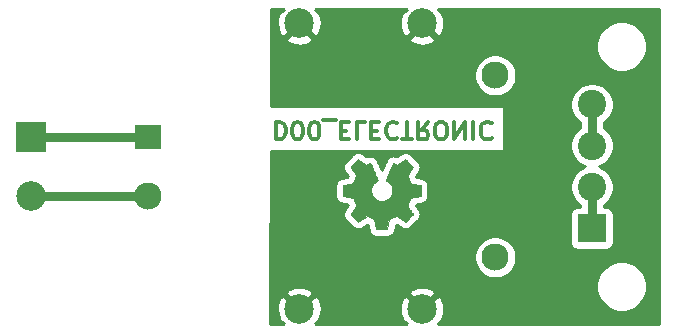
<source format=gbr>
G04 #@! TF.GenerationSoftware,KiCad,Pcbnew,5.1.5-52549c5~86~ubuntu18.04.1*
G04 #@! TF.CreationDate,2020-10-04T22:30:17-05:00*
G04 #@! TF.ProjectId,D00,4430302e-6b69-4636-9164-5f7063625858,rev?*
G04 #@! TF.SameCoordinates,Original*
G04 #@! TF.FileFunction,Copper,L2,Bot*
G04 #@! TF.FilePolarity,Positive*
%FSLAX46Y46*%
G04 Gerber Fmt 4.6, Leading zero omitted, Abs format (unit mm)*
G04 Created by KiCad (PCBNEW 5.1.5-52549c5~86~ubuntu18.04.1) date 2020-10-04 22:30:17*
%MOMM*%
%LPD*%
G04 APERTURE LIST*
%ADD10C,0.300000*%
%ADD11C,0.010000*%
%ADD12C,2.500000*%
%ADD13R,2.500000X2.500000*%
%ADD14C,2.400000*%
%ADD15R,2.400000X2.400000*%
%ADD16C,2.300000*%
%ADD17R,2.300000X2.000000*%
%ADD18C,2.499360*%
%ADD19C,0.750000*%
%ADD20C,0.254000*%
G04 APERTURE END LIST*
D10*
X45309057Y-30194628D02*
X45309057Y-31694628D01*
X45666200Y-31694628D01*
X45880485Y-31623200D01*
X46023342Y-31480342D01*
X46094771Y-31337485D01*
X46166200Y-31051771D01*
X46166200Y-30837485D01*
X46094771Y-30551771D01*
X46023342Y-30408914D01*
X45880485Y-30266057D01*
X45666200Y-30194628D01*
X45309057Y-30194628D01*
X47094771Y-31694628D02*
X47237628Y-31694628D01*
X47380485Y-31623200D01*
X47451914Y-31551771D01*
X47523342Y-31408914D01*
X47594771Y-31123200D01*
X47594771Y-30766057D01*
X47523342Y-30480342D01*
X47451914Y-30337485D01*
X47380485Y-30266057D01*
X47237628Y-30194628D01*
X47094771Y-30194628D01*
X46951914Y-30266057D01*
X46880485Y-30337485D01*
X46809057Y-30480342D01*
X46737628Y-30766057D01*
X46737628Y-31123200D01*
X46809057Y-31408914D01*
X46880485Y-31551771D01*
X46951914Y-31623200D01*
X47094771Y-31694628D01*
X48523342Y-31694628D02*
X48666200Y-31694628D01*
X48809057Y-31623200D01*
X48880485Y-31551771D01*
X48951914Y-31408914D01*
X49023342Y-31123200D01*
X49023342Y-30766057D01*
X48951914Y-30480342D01*
X48880485Y-30337485D01*
X48809057Y-30266057D01*
X48666200Y-30194628D01*
X48523342Y-30194628D01*
X48380485Y-30266057D01*
X48309057Y-30337485D01*
X48237628Y-30480342D01*
X48166200Y-30766057D01*
X48166200Y-31123200D01*
X48237628Y-31408914D01*
X48309057Y-31551771D01*
X48380485Y-31623200D01*
X48523342Y-31694628D01*
X49309057Y-30051771D02*
X50451914Y-30051771D01*
X50809057Y-30980342D02*
X51309057Y-30980342D01*
X51523342Y-30194628D02*
X50809057Y-30194628D01*
X50809057Y-31694628D01*
X51523342Y-31694628D01*
X52880485Y-30194628D02*
X52166200Y-30194628D01*
X52166200Y-31694628D01*
X53380485Y-30980342D02*
X53880485Y-30980342D01*
X54094771Y-30194628D02*
X53380485Y-30194628D01*
X53380485Y-31694628D01*
X54094771Y-31694628D01*
X55594771Y-30337485D02*
X55523342Y-30266057D01*
X55309057Y-30194628D01*
X55166200Y-30194628D01*
X54951914Y-30266057D01*
X54809057Y-30408914D01*
X54737628Y-30551771D01*
X54666200Y-30837485D01*
X54666200Y-31051771D01*
X54737628Y-31337485D01*
X54809057Y-31480342D01*
X54951914Y-31623200D01*
X55166200Y-31694628D01*
X55309057Y-31694628D01*
X55523342Y-31623200D01*
X55594771Y-31551771D01*
X56023342Y-31694628D02*
X56880485Y-31694628D01*
X56451914Y-30194628D02*
X56451914Y-31694628D01*
X58237628Y-30194628D02*
X57737628Y-30908914D01*
X57380485Y-30194628D02*
X57380485Y-31694628D01*
X57951914Y-31694628D01*
X58094771Y-31623200D01*
X58166200Y-31551771D01*
X58237628Y-31408914D01*
X58237628Y-31194628D01*
X58166200Y-31051771D01*
X58094771Y-30980342D01*
X57951914Y-30908914D01*
X57380485Y-30908914D01*
X59166200Y-31694628D02*
X59451914Y-31694628D01*
X59594771Y-31623200D01*
X59737628Y-31480342D01*
X59809057Y-31194628D01*
X59809057Y-30694628D01*
X59737628Y-30408914D01*
X59594771Y-30266057D01*
X59451914Y-30194628D01*
X59166200Y-30194628D01*
X59023342Y-30266057D01*
X58880485Y-30408914D01*
X58809057Y-30694628D01*
X58809057Y-31194628D01*
X58880485Y-31480342D01*
X59023342Y-31623200D01*
X59166200Y-31694628D01*
X60451914Y-30194628D02*
X60451914Y-31694628D01*
X61309057Y-30194628D01*
X61309057Y-31694628D01*
X62023342Y-30194628D02*
X62023342Y-31694628D01*
X63594771Y-30337485D02*
X63523342Y-30266057D01*
X63309057Y-30194628D01*
X63166200Y-30194628D01*
X62951914Y-30266057D01*
X62809057Y-30408914D01*
X62737628Y-30551771D01*
X62666200Y-30837485D01*
X62666200Y-31051771D01*
X62737628Y-31337485D01*
X62809057Y-31480342D01*
X62951914Y-31623200D01*
X63166200Y-31694628D01*
X63309057Y-31694628D01*
X63523342Y-31623200D01*
X63594771Y-31551771D01*
D11*
G36*
X54845014Y-38865269D02*
G01*
X54928835Y-38420645D01*
X55238120Y-38293147D01*
X55547406Y-38165649D01*
X55918446Y-38417954D01*
X56022357Y-38488204D01*
X56116287Y-38550928D01*
X56195852Y-38603262D01*
X56256670Y-38642343D01*
X56294357Y-38665307D01*
X56304621Y-38670258D01*
X56323110Y-38657524D01*
X56362620Y-38622318D01*
X56418722Y-38569138D01*
X56486987Y-38502482D01*
X56562986Y-38426846D01*
X56642292Y-38346728D01*
X56720475Y-38266626D01*
X56793107Y-38191036D01*
X56855759Y-38124455D01*
X56904003Y-38071382D01*
X56933410Y-38036313D01*
X56940441Y-38024577D01*
X56930323Y-38002940D01*
X56901959Y-37955538D01*
X56858329Y-37887007D01*
X56802418Y-37801985D01*
X56737206Y-37705107D01*
X56699419Y-37649850D01*
X56630543Y-37548952D01*
X56569340Y-37457901D01*
X56518778Y-37381230D01*
X56481828Y-37323472D01*
X56461458Y-37289157D01*
X56458397Y-37281946D01*
X56465336Y-37261452D01*
X56484251Y-37213687D01*
X56512287Y-37145368D01*
X56546591Y-37063211D01*
X56584309Y-36973930D01*
X56622587Y-36884242D01*
X56658570Y-36800862D01*
X56689406Y-36730506D01*
X56712239Y-36679890D01*
X56724217Y-36655729D01*
X56724924Y-36654778D01*
X56743731Y-36650164D01*
X56793818Y-36639872D01*
X56869993Y-36624913D01*
X56967065Y-36606299D01*
X57079843Y-36585041D01*
X57145642Y-36572782D01*
X57266150Y-36549838D01*
X57374997Y-36528005D01*
X57466676Y-36508478D01*
X57535681Y-36492452D01*
X57576504Y-36481121D01*
X57584711Y-36477526D01*
X57592748Y-36453194D01*
X57599233Y-36398241D01*
X57604170Y-36319092D01*
X57607564Y-36222174D01*
X57609418Y-36113913D01*
X57609738Y-36000735D01*
X57608527Y-35889065D01*
X57605790Y-35785332D01*
X57601531Y-35695959D01*
X57595755Y-35627374D01*
X57588467Y-35586003D01*
X57584095Y-35577390D01*
X57557964Y-35567067D01*
X57502593Y-35552308D01*
X57425307Y-35534848D01*
X57333430Y-35516420D01*
X57301358Y-35510459D01*
X57146724Y-35482134D01*
X57024575Y-35459324D01*
X56930873Y-35441120D01*
X56861584Y-35426617D01*
X56812671Y-35414908D01*
X56780097Y-35405085D01*
X56759828Y-35396244D01*
X56747826Y-35387476D01*
X56746147Y-35385743D01*
X56729384Y-35357829D01*
X56703814Y-35303505D01*
X56671988Y-35229423D01*
X56636460Y-35142235D01*
X56599783Y-35048592D01*
X56564511Y-34955148D01*
X56533196Y-34868553D01*
X56508393Y-34795460D01*
X56492654Y-34742522D01*
X56488532Y-34716389D01*
X56488876Y-34715474D01*
X56502841Y-34694114D01*
X56534522Y-34647116D01*
X56580591Y-34579373D01*
X56637718Y-34495777D01*
X56702573Y-34401218D01*
X56721043Y-34374346D01*
X56786899Y-34276925D01*
X56844850Y-34188037D01*
X56891738Y-34112788D01*
X56924407Y-34056280D01*
X56939700Y-34023619D01*
X56940441Y-34019607D01*
X56927592Y-33998516D01*
X56892088Y-33956736D01*
X56838493Y-33898755D01*
X56771371Y-33829065D01*
X56695287Y-33752155D01*
X56614804Y-33672517D01*
X56534487Y-33594639D01*
X56458899Y-33523014D01*
X56392605Y-33462130D01*
X56340169Y-33416479D01*
X56306155Y-33390550D01*
X56296745Y-33386317D01*
X56274843Y-33396288D01*
X56230000Y-33423180D01*
X56169521Y-33462464D01*
X56122989Y-33494083D01*
X56038675Y-33552102D01*
X55938826Y-33620416D01*
X55838673Y-33688621D01*
X55784827Y-33725125D01*
X55602571Y-33848400D01*
X55449581Y-33765680D01*
X55379882Y-33729441D01*
X55320614Y-33701274D01*
X55280511Y-33685209D01*
X55270303Y-33682974D01*
X55258029Y-33699478D01*
X55233813Y-33746118D01*
X55199463Y-33818591D01*
X55156788Y-33912594D01*
X55107594Y-34023826D01*
X55053690Y-34147985D01*
X54996884Y-34280768D01*
X54938982Y-34417873D01*
X54881793Y-34554998D01*
X54827124Y-34687842D01*
X54776784Y-34812102D01*
X54732580Y-34923475D01*
X54696319Y-35017661D01*
X54669809Y-35090356D01*
X54654858Y-35137259D01*
X54652454Y-35153367D01*
X54671511Y-35173914D01*
X54713236Y-35207267D01*
X54768906Y-35246498D01*
X54773578Y-35249601D01*
X54917464Y-35364777D01*
X55033483Y-35499147D01*
X55120630Y-35648416D01*
X55177899Y-35808287D01*
X55204286Y-35974463D01*
X55198785Y-36142648D01*
X55160390Y-36308545D01*
X55088095Y-36467858D01*
X55066826Y-36502713D01*
X54956196Y-36643463D01*
X54825502Y-36756486D01*
X54679264Y-36841197D01*
X54522008Y-36897006D01*
X54358257Y-36923326D01*
X54192533Y-36919570D01*
X54029362Y-36885150D01*
X53873265Y-36819477D01*
X53728767Y-36721965D01*
X53684069Y-36682387D01*
X53570312Y-36558497D01*
X53487418Y-36428076D01*
X53430556Y-36281885D01*
X53398887Y-36137112D01*
X53391069Y-35974340D01*
X53417138Y-35810760D01*
X53474445Y-35651902D01*
X53560344Y-35503294D01*
X53672186Y-35370465D01*
X53807323Y-35258944D01*
X53825083Y-35247189D01*
X53881350Y-35208692D01*
X53924123Y-35175337D01*
X53944572Y-35154040D01*
X53944869Y-35153367D01*
X53940479Y-35130329D01*
X53923076Y-35078043D01*
X53894468Y-35000810D01*
X53856465Y-34902932D01*
X53810874Y-34788709D01*
X53759503Y-34662442D01*
X53704162Y-34528433D01*
X53646658Y-34390982D01*
X53588801Y-34254392D01*
X53532398Y-34122963D01*
X53479258Y-34000995D01*
X53431190Y-33892791D01*
X53390001Y-33802651D01*
X53357501Y-33734877D01*
X53335497Y-33693770D01*
X53326636Y-33682974D01*
X53299560Y-33691381D01*
X53248897Y-33713928D01*
X53183383Y-33746587D01*
X53147359Y-33765680D01*
X52994368Y-33848400D01*
X52812112Y-33725125D01*
X52719075Y-33661972D01*
X52617215Y-33592473D01*
X52521762Y-33527035D01*
X52473950Y-33494083D01*
X52406705Y-33448927D01*
X52349764Y-33413143D01*
X52310554Y-33391262D01*
X52297819Y-33386637D01*
X52279283Y-33399115D01*
X52238259Y-33433948D01*
X52178725Y-33487522D01*
X52104658Y-33556217D01*
X52020035Y-33636419D01*
X51966515Y-33687914D01*
X51872881Y-33779914D01*
X51791959Y-33862201D01*
X51727023Y-33931255D01*
X51681342Y-33983556D01*
X51658189Y-34015584D01*
X51655968Y-34022084D01*
X51666276Y-34046806D01*
X51694761Y-34096795D01*
X51738263Y-34166988D01*
X51793623Y-34252325D01*
X51857680Y-34347744D01*
X51875897Y-34374346D01*
X51942273Y-34471033D01*
X52001822Y-34558083D01*
X52051216Y-34630605D01*
X52087125Y-34683707D01*
X52106219Y-34712497D01*
X52108064Y-34715474D01*
X52105305Y-34738418D01*
X52090662Y-34788864D01*
X52066687Y-34860159D01*
X52035934Y-34945653D01*
X52000956Y-35038693D01*
X51964307Y-35132626D01*
X51928539Y-35220801D01*
X51896206Y-35296566D01*
X51869862Y-35353269D01*
X51852058Y-35384257D01*
X51850793Y-35385743D01*
X51839906Y-35394599D01*
X51821518Y-35403357D01*
X51791594Y-35412923D01*
X51746097Y-35424204D01*
X51680991Y-35438107D01*
X51592239Y-35455537D01*
X51475807Y-35477402D01*
X51327658Y-35504609D01*
X51295582Y-35510459D01*
X51200514Y-35528826D01*
X51117635Y-35546795D01*
X51054270Y-35562631D01*
X51017742Y-35574600D01*
X51012844Y-35577390D01*
X51004773Y-35602128D01*
X50998213Y-35657410D01*
X50993167Y-35736811D01*
X50989641Y-35833904D01*
X50987639Y-35942262D01*
X50987164Y-36055460D01*
X50988223Y-36167072D01*
X50990818Y-36270671D01*
X50994954Y-36359832D01*
X51000637Y-36428128D01*
X51007869Y-36469134D01*
X51012229Y-36477526D01*
X51036502Y-36485992D01*
X51091774Y-36499765D01*
X51172538Y-36517650D01*
X51273288Y-36538452D01*
X51388517Y-36560977D01*
X51451298Y-36572782D01*
X51570413Y-36595049D01*
X51676635Y-36615221D01*
X51764773Y-36632285D01*
X51829634Y-36645231D01*
X51866026Y-36653045D01*
X51872016Y-36654778D01*
X51882139Y-36674310D01*
X51903538Y-36721357D01*
X51933361Y-36789197D01*
X51968755Y-36871109D01*
X52006868Y-36960372D01*
X52044847Y-37050265D01*
X52079840Y-37134065D01*
X52108994Y-37205053D01*
X52129457Y-37256506D01*
X52138377Y-37281703D01*
X52138543Y-37282804D01*
X52128431Y-37302681D01*
X52100083Y-37348423D01*
X52056477Y-37415483D01*
X52000594Y-37499316D01*
X51935413Y-37595374D01*
X51897521Y-37650550D01*
X51828475Y-37751719D01*
X51767150Y-37843570D01*
X51716537Y-37921456D01*
X51679629Y-37980731D01*
X51659418Y-38016749D01*
X51656499Y-38024823D01*
X51669047Y-38043616D01*
X51703737Y-38083743D01*
X51756137Y-38140707D01*
X51821816Y-38210015D01*
X51896344Y-38287169D01*
X51975287Y-38367675D01*
X52054217Y-38447037D01*
X52128700Y-38520760D01*
X52194306Y-38584348D01*
X52246604Y-38633306D01*
X52281161Y-38663139D01*
X52292722Y-38670258D01*
X52311546Y-38660247D01*
X52356569Y-38632122D01*
X52423413Y-38588746D01*
X52507701Y-38532982D01*
X52605056Y-38467694D01*
X52678493Y-38417954D01*
X53049533Y-38165649D01*
X53668105Y-38420645D01*
X53751925Y-38865269D01*
X53835746Y-39309893D01*
X54761194Y-39309893D01*
X54845014Y-38865269D01*
G37*
X54845014Y-38865269D02*
X54928835Y-38420645D01*
X55238120Y-38293147D01*
X55547406Y-38165649D01*
X55918446Y-38417954D01*
X56022357Y-38488204D01*
X56116287Y-38550928D01*
X56195852Y-38603262D01*
X56256670Y-38642343D01*
X56294357Y-38665307D01*
X56304621Y-38670258D01*
X56323110Y-38657524D01*
X56362620Y-38622318D01*
X56418722Y-38569138D01*
X56486987Y-38502482D01*
X56562986Y-38426846D01*
X56642292Y-38346728D01*
X56720475Y-38266626D01*
X56793107Y-38191036D01*
X56855759Y-38124455D01*
X56904003Y-38071382D01*
X56933410Y-38036313D01*
X56940441Y-38024577D01*
X56930323Y-38002940D01*
X56901959Y-37955538D01*
X56858329Y-37887007D01*
X56802418Y-37801985D01*
X56737206Y-37705107D01*
X56699419Y-37649850D01*
X56630543Y-37548952D01*
X56569340Y-37457901D01*
X56518778Y-37381230D01*
X56481828Y-37323472D01*
X56461458Y-37289157D01*
X56458397Y-37281946D01*
X56465336Y-37261452D01*
X56484251Y-37213687D01*
X56512287Y-37145368D01*
X56546591Y-37063211D01*
X56584309Y-36973930D01*
X56622587Y-36884242D01*
X56658570Y-36800862D01*
X56689406Y-36730506D01*
X56712239Y-36679890D01*
X56724217Y-36655729D01*
X56724924Y-36654778D01*
X56743731Y-36650164D01*
X56793818Y-36639872D01*
X56869993Y-36624913D01*
X56967065Y-36606299D01*
X57079843Y-36585041D01*
X57145642Y-36572782D01*
X57266150Y-36549838D01*
X57374997Y-36528005D01*
X57466676Y-36508478D01*
X57535681Y-36492452D01*
X57576504Y-36481121D01*
X57584711Y-36477526D01*
X57592748Y-36453194D01*
X57599233Y-36398241D01*
X57604170Y-36319092D01*
X57607564Y-36222174D01*
X57609418Y-36113913D01*
X57609738Y-36000735D01*
X57608527Y-35889065D01*
X57605790Y-35785332D01*
X57601531Y-35695959D01*
X57595755Y-35627374D01*
X57588467Y-35586003D01*
X57584095Y-35577390D01*
X57557964Y-35567067D01*
X57502593Y-35552308D01*
X57425307Y-35534848D01*
X57333430Y-35516420D01*
X57301358Y-35510459D01*
X57146724Y-35482134D01*
X57024575Y-35459324D01*
X56930873Y-35441120D01*
X56861584Y-35426617D01*
X56812671Y-35414908D01*
X56780097Y-35405085D01*
X56759828Y-35396244D01*
X56747826Y-35387476D01*
X56746147Y-35385743D01*
X56729384Y-35357829D01*
X56703814Y-35303505D01*
X56671988Y-35229423D01*
X56636460Y-35142235D01*
X56599783Y-35048592D01*
X56564511Y-34955148D01*
X56533196Y-34868553D01*
X56508393Y-34795460D01*
X56492654Y-34742522D01*
X56488532Y-34716389D01*
X56488876Y-34715474D01*
X56502841Y-34694114D01*
X56534522Y-34647116D01*
X56580591Y-34579373D01*
X56637718Y-34495777D01*
X56702573Y-34401218D01*
X56721043Y-34374346D01*
X56786899Y-34276925D01*
X56844850Y-34188037D01*
X56891738Y-34112788D01*
X56924407Y-34056280D01*
X56939700Y-34023619D01*
X56940441Y-34019607D01*
X56927592Y-33998516D01*
X56892088Y-33956736D01*
X56838493Y-33898755D01*
X56771371Y-33829065D01*
X56695287Y-33752155D01*
X56614804Y-33672517D01*
X56534487Y-33594639D01*
X56458899Y-33523014D01*
X56392605Y-33462130D01*
X56340169Y-33416479D01*
X56306155Y-33390550D01*
X56296745Y-33386317D01*
X56274843Y-33396288D01*
X56230000Y-33423180D01*
X56169521Y-33462464D01*
X56122989Y-33494083D01*
X56038675Y-33552102D01*
X55938826Y-33620416D01*
X55838673Y-33688621D01*
X55784827Y-33725125D01*
X55602571Y-33848400D01*
X55449581Y-33765680D01*
X55379882Y-33729441D01*
X55320614Y-33701274D01*
X55280511Y-33685209D01*
X55270303Y-33682974D01*
X55258029Y-33699478D01*
X55233813Y-33746118D01*
X55199463Y-33818591D01*
X55156788Y-33912594D01*
X55107594Y-34023826D01*
X55053690Y-34147985D01*
X54996884Y-34280768D01*
X54938982Y-34417873D01*
X54881793Y-34554998D01*
X54827124Y-34687842D01*
X54776784Y-34812102D01*
X54732580Y-34923475D01*
X54696319Y-35017661D01*
X54669809Y-35090356D01*
X54654858Y-35137259D01*
X54652454Y-35153367D01*
X54671511Y-35173914D01*
X54713236Y-35207267D01*
X54768906Y-35246498D01*
X54773578Y-35249601D01*
X54917464Y-35364777D01*
X55033483Y-35499147D01*
X55120630Y-35648416D01*
X55177899Y-35808287D01*
X55204286Y-35974463D01*
X55198785Y-36142648D01*
X55160390Y-36308545D01*
X55088095Y-36467858D01*
X55066826Y-36502713D01*
X54956196Y-36643463D01*
X54825502Y-36756486D01*
X54679264Y-36841197D01*
X54522008Y-36897006D01*
X54358257Y-36923326D01*
X54192533Y-36919570D01*
X54029362Y-36885150D01*
X53873265Y-36819477D01*
X53728767Y-36721965D01*
X53684069Y-36682387D01*
X53570312Y-36558497D01*
X53487418Y-36428076D01*
X53430556Y-36281885D01*
X53398887Y-36137112D01*
X53391069Y-35974340D01*
X53417138Y-35810760D01*
X53474445Y-35651902D01*
X53560344Y-35503294D01*
X53672186Y-35370465D01*
X53807323Y-35258944D01*
X53825083Y-35247189D01*
X53881350Y-35208692D01*
X53924123Y-35175337D01*
X53944572Y-35154040D01*
X53944869Y-35153367D01*
X53940479Y-35130329D01*
X53923076Y-35078043D01*
X53894468Y-35000810D01*
X53856465Y-34902932D01*
X53810874Y-34788709D01*
X53759503Y-34662442D01*
X53704162Y-34528433D01*
X53646658Y-34390982D01*
X53588801Y-34254392D01*
X53532398Y-34122963D01*
X53479258Y-34000995D01*
X53431190Y-33892791D01*
X53390001Y-33802651D01*
X53357501Y-33734877D01*
X53335497Y-33693770D01*
X53326636Y-33682974D01*
X53299560Y-33691381D01*
X53248897Y-33713928D01*
X53183383Y-33746587D01*
X53147359Y-33765680D01*
X52994368Y-33848400D01*
X52812112Y-33725125D01*
X52719075Y-33661972D01*
X52617215Y-33592473D01*
X52521762Y-33527035D01*
X52473950Y-33494083D01*
X52406705Y-33448927D01*
X52349764Y-33413143D01*
X52310554Y-33391262D01*
X52297819Y-33386637D01*
X52279283Y-33399115D01*
X52238259Y-33433948D01*
X52178725Y-33487522D01*
X52104658Y-33556217D01*
X52020035Y-33636419D01*
X51966515Y-33687914D01*
X51872881Y-33779914D01*
X51791959Y-33862201D01*
X51727023Y-33931255D01*
X51681342Y-33983556D01*
X51658189Y-34015584D01*
X51655968Y-34022084D01*
X51666276Y-34046806D01*
X51694761Y-34096795D01*
X51738263Y-34166988D01*
X51793623Y-34252325D01*
X51857680Y-34347744D01*
X51875897Y-34374346D01*
X51942273Y-34471033D01*
X52001822Y-34558083D01*
X52051216Y-34630605D01*
X52087125Y-34683707D01*
X52106219Y-34712497D01*
X52108064Y-34715474D01*
X52105305Y-34738418D01*
X52090662Y-34788864D01*
X52066687Y-34860159D01*
X52035934Y-34945653D01*
X52000956Y-35038693D01*
X51964307Y-35132626D01*
X51928539Y-35220801D01*
X51896206Y-35296566D01*
X51869862Y-35353269D01*
X51852058Y-35384257D01*
X51850793Y-35385743D01*
X51839906Y-35394599D01*
X51821518Y-35403357D01*
X51791594Y-35412923D01*
X51746097Y-35424204D01*
X51680991Y-35438107D01*
X51592239Y-35455537D01*
X51475807Y-35477402D01*
X51327658Y-35504609D01*
X51295582Y-35510459D01*
X51200514Y-35528826D01*
X51117635Y-35546795D01*
X51054270Y-35562631D01*
X51017742Y-35574600D01*
X51012844Y-35577390D01*
X51004773Y-35602128D01*
X50998213Y-35657410D01*
X50993167Y-35736811D01*
X50989641Y-35833904D01*
X50987639Y-35942262D01*
X50987164Y-36055460D01*
X50988223Y-36167072D01*
X50990818Y-36270671D01*
X50994954Y-36359832D01*
X51000637Y-36428128D01*
X51007869Y-36469134D01*
X51012229Y-36477526D01*
X51036502Y-36485992D01*
X51091774Y-36499765D01*
X51172538Y-36517650D01*
X51273288Y-36538452D01*
X51388517Y-36560977D01*
X51451298Y-36572782D01*
X51570413Y-36595049D01*
X51676635Y-36615221D01*
X51764773Y-36632285D01*
X51829634Y-36645231D01*
X51866026Y-36653045D01*
X51872016Y-36654778D01*
X51882139Y-36674310D01*
X51903538Y-36721357D01*
X51933361Y-36789197D01*
X51968755Y-36871109D01*
X52006868Y-36960372D01*
X52044847Y-37050265D01*
X52079840Y-37134065D01*
X52108994Y-37205053D01*
X52129457Y-37256506D01*
X52138377Y-37281703D01*
X52138543Y-37282804D01*
X52128431Y-37302681D01*
X52100083Y-37348423D01*
X52056477Y-37415483D01*
X52000594Y-37499316D01*
X51935413Y-37595374D01*
X51897521Y-37650550D01*
X51828475Y-37751719D01*
X51767150Y-37843570D01*
X51716537Y-37921456D01*
X51679629Y-37980731D01*
X51659418Y-38016749D01*
X51656499Y-38024823D01*
X51669047Y-38043616D01*
X51703737Y-38083743D01*
X51756137Y-38140707D01*
X51821816Y-38210015D01*
X51896344Y-38287169D01*
X51975287Y-38367675D01*
X52054217Y-38447037D01*
X52128700Y-38520760D01*
X52194306Y-38584348D01*
X52246604Y-38633306D01*
X52281161Y-38663139D01*
X52292722Y-38670258D01*
X52311546Y-38660247D01*
X52356569Y-38632122D01*
X52423413Y-38588746D01*
X52507701Y-38532982D01*
X52605056Y-38467694D01*
X52678493Y-38417954D01*
X53049533Y-38165649D01*
X53668105Y-38420645D01*
X53751925Y-38865269D01*
X53835746Y-39309893D01*
X54761194Y-39309893D01*
X54845014Y-38865269D01*
D12*
X24587200Y-36470000D03*
D13*
X24587200Y-31470000D03*
D14*
X72085200Y-28720000D03*
X72085200Y-32220000D03*
X72085200Y-35720000D03*
D15*
X72085200Y-39220000D03*
D16*
X63910000Y-41670000D03*
X34510000Y-36470000D03*
D17*
X34510000Y-31470000D03*
D16*
X63910000Y-26270000D03*
D18*
X57708800Y-46070600D03*
X57708800Y-21869400D03*
X47320200Y-46070600D03*
X47320200Y-21869400D03*
D19*
X24587200Y-36470000D02*
X34510000Y-36470000D01*
X24587200Y-31470000D02*
X34510000Y-31470000D01*
X72085200Y-28720000D02*
X72085200Y-32220000D01*
X72085200Y-35720000D02*
X72085200Y-39220000D01*
D20*
G36*
X46006822Y-20735630D02*
G01*
X45716885Y-20861504D01*
X45551061Y-21193662D01*
X45453225Y-21551787D01*
X45427135Y-21922119D01*
X45473795Y-22290425D01*
X45591411Y-22642551D01*
X45716885Y-22877296D01*
X46006823Y-23003171D01*
X47140595Y-21869400D01*
X47126452Y-21855258D01*
X47306058Y-21675652D01*
X47320200Y-21689795D01*
X47334342Y-21675652D01*
X47513948Y-21855258D01*
X47499805Y-21869400D01*
X48633577Y-23003171D01*
X48923515Y-22877296D01*
X49089339Y-22545138D01*
X49187175Y-22187013D01*
X49213265Y-21816681D01*
X49166605Y-21448375D01*
X49048989Y-21096249D01*
X48923515Y-20861504D01*
X48633578Y-20735630D01*
X48709208Y-20660000D01*
X56319792Y-20660000D01*
X56395422Y-20735630D01*
X56105485Y-20861504D01*
X55939661Y-21193662D01*
X55841825Y-21551787D01*
X55815735Y-21922119D01*
X55862395Y-22290425D01*
X55980011Y-22642551D01*
X56105485Y-22877296D01*
X56395423Y-23003171D01*
X57529195Y-21869400D01*
X57515052Y-21855258D01*
X57694658Y-21675652D01*
X57708800Y-21689795D01*
X57722942Y-21675652D01*
X57902548Y-21855258D01*
X57888405Y-21869400D01*
X59022177Y-23003171D01*
X59312115Y-22877296D01*
X59477939Y-22545138D01*
X59575775Y-22187013D01*
X59601865Y-21816681D01*
X59555205Y-21448375D01*
X59437589Y-21096249D01*
X59312115Y-20861504D01*
X59022178Y-20735630D01*
X59097808Y-20660000D01*
X77760000Y-20660000D01*
X77760001Y-47280000D01*
X59097808Y-47280000D01*
X59022178Y-47204370D01*
X59312115Y-47078496D01*
X59477939Y-46746338D01*
X59575775Y-46388213D01*
X59601865Y-46017881D01*
X59555205Y-45649575D01*
X59437589Y-45297449D01*
X59312115Y-45062704D01*
X59022177Y-44936829D01*
X57888405Y-46070600D01*
X57902548Y-46084742D01*
X57722942Y-46264348D01*
X57708800Y-46250205D01*
X57694658Y-46264348D01*
X57515052Y-46084742D01*
X57529195Y-46070600D01*
X56395423Y-44936829D01*
X56105485Y-45062704D01*
X55939661Y-45394862D01*
X55841825Y-45752987D01*
X55815735Y-46123319D01*
X55862395Y-46491625D01*
X55980011Y-46843751D01*
X56105485Y-47078496D01*
X56395422Y-47204370D01*
X56319792Y-47280000D01*
X48709208Y-47280000D01*
X48633578Y-47204370D01*
X48923515Y-47078496D01*
X49089339Y-46746338D01*
X49187175Y-46388213D01*
X49213265Y-46017881D01*
X49166605Y-45649575D01*
X49048989Y-45297449D01*
X48923515Y-45062704D01*
X48633577Y-44936829D01*
X47499805Y-46070600D01*
X47513948Y-46084742D01*
X47334342Y-46264348D01*
X47320200Y-46250205D01*
X47306058Y-46264348D01*
X47126452Y-46084742D01*
X47140595Y-46070600D01*
X46006823Y-44936829D01*
X45716885Y-45062704D01*
X45551061Y-45394862D01*
X45453225Y-45752987D01*
X45427135Y-46123319D01*
X45473795Y-46491625D01*
X45591411Y-46843751D01*
X45716885Y-47078496D01*
X46006822Y-47204370D01*
X45931192Y-47280000D01*
X44857289Y-47280000D01*
X44864296Y-44757223D01*
X46186429Y-44757223D01*
X47320200Y-45890995D01*
X48453971Y-44757223D01*
X56575029Y-44757223D01*
X57708800Y-45890995D01*
X58842571Y-44757223D01*
X58716696Y-44467285D01*
X58384538Y-44301461D01*
X58026413Y-44203625D01*
X57656081Y-44177535D01*
X57287775Y-44224195D01*
X56935649Y-44341811D01*
X56700904Y-44467285D01*
X56575029Y-44757223D01*
X48453971Y-44757223D01*
X48328096Y-44467285D01*
X47995938Y-44301461D01*
X47637813Y-44203625D01*
X47267481Y-44177535D01*
X46899175Y-44224195D01*
X46547049Y-44341811D01*
X46312304Y-44467285D01*
X46186429Y-44757223D01*
X44864296Y-44757223D01*
X44866622Y-43919721D01*
X72475000Y-43919721D01*
X72475000Y-44340279D01*
X72557047Y-44752756D01*
X72717988Y-45141302D01*
X72951637Y-45490983D01*
X73249017Y-45788363D01*
X73598698Y-46022012D01*
X73987244Y-46182953D01*
X74399721Y-46265000D01*
X74820279Y-46265000D01*
X75232756Y-46182953D01*
X75621302Y-46022012D01*
X75970983Y-45788363D01*
X76268363Y-45490983D01*
X76502012Y-45141302D01*
X76662953Y-44752756D01*
X76745000Y-44340279D01*
X76745000Y-43919721D01*
X76662953Y-43507244D01*
X76502012Y-43118698D01*
X76268363Y-42769017D01*
X75970983Y-42471637D01*
X75621302Y-42237988D01*
X75232756Y-42077047D01*
X74820279Y-41995000D01*
X74399721Y-41995000D01*
X73987244Y-42077047D01*
X73598698Y-42237988D01*
X73249017Y-42471637D01*
X72951637Y-42769017D01*
X72717988Y-43118698D01*
X72557047Y-43507244D01*
X72475000Y-43919721D01*
X44866622Y-43919721D01*
X44873359Y-41494193D01*
X62125000Y-41494193D01*
X62125000Y-41845807D01*
X62193596Y-42190665D01*
X62328153Y-42515515D01*
X62523500Y-42807871D01*
X62772129Y-43056500D01*
X63064485Y-43251847D01*
X63389335Y-43386404D01*
X63734193Y-43455000D01*
X64085807Y-43455000D01*
X64430665Y-43386404D01*
X64755515Y-43251847D01*
X65047871Y-43056500D01*
X65296500Y-42807871D01*
X65491847Y-42515515D01*
X65626404Y-42190665D01*
X65695000Y-41845807D01*
X65695000Y-41494193D01*
X65626404Y-41149335D01*
X65491847Y-40824485D01*
X65296500Y-40532129D01*
X65047871Y-40283500D01*
X64755515Y-40088153D01*
X64430665Y-39953596D01*
X64085807Y-39885000D01*
X63734193Y-39885000D01*
X63389335Y-39953596D01*
X63064485Y-40088153D01*
X62772129Y-40283500D01*
X62523500Y-40532129D01*
X62328153Y-40824485D01*
X62193596Y-41149335D01*
X62125000Y-41494193D01*
X44873359Y-41494193D01*
X44888475Y-36052596D01*
X50347170Y-36052596D01*
X50347193Y-36061532D01*
X50348252Y-36173144D01*
X50348307Y-36173651D01*
X50348262Y-36174163D01*
X50348424Y-36183098D01*
X50351019Y-36286697D01*
X50351308Y-36289036D01*
X50351153Y-36291398D01*
X50351505Y-36300327D01*
X50355641Y-36389489D01*
X50356688Y-36396705D01*
X50356479Y-36403993D01*
X50357158Y-36412904D01*
X50362841Y-36481200D01*
X50367311Y-36505659D01*
X50368873Y-36530475D01*
X50370364Y-36539286D01*
X50377596Y-36580292D01*
X50385793Y-36609647D01*
X50391008Y-36639669D01*
X50402548Y-36669649D01*
X50411190Y-36700596D01*
X50424931Y-36727796D01*
X50428507Y-36737085D01*
X50433007Y-36749743D01*
X50434060Y-36751511D01*
X50435879Y-36756237D01*
X50439944Y-36764195D01*
X50444304Y-36772587D01*
X50458857Y-36794950D01*
X50467512Y-36812083D01*
X50478507Y-36826155D01*
X50496912Y-36857064D01*
X50505463Y-36866570D01*
X50512431Y-36877278D01*
X50542829Y-36908478D01*
X50544415Y-36910508D01*
X50546877Y-36912633D01*
X50547142Y-36912905D01*
X50580445Y-36949928D01*
X50590682Y-36957594D01*
X50599596Y-36966743D01*
X50640592Y-36994968D01*
X50680426Y-37024797D01*
X50691942Y-37030322D01*
X50702476Y-37037574D01*
X50748178Y-37057300D01*
X50754587Y-37060374D01*
X50756022Y-37061257D01*
X50757820Y-37061925D01*
X50793043Y-37078823D01*
X50801460Y-37081824D01*
X50825733Y-37090290D01*
X50849842Y-37096135D01*
X50873099Y-37104781D01*
X50881755Y-37107002D01*
X50937027Y-37120775D01*
X50940945Y-37121353D01*
X50944689Y-37122634D01*
X50953400Y-37124627D01*
X51034164Y-37142512D01*
X51034275Y-37142525D01*
X51034387Y-37142562D01*
X51043126Y-37144429D01*
X51143876Y-37165231D01*
X51143991Y-37165243D01*
X51150505Y-37166564D01*
X51265734Y-37189089D01*
X51265895Y-37189104D01*
X51270248Y-37189954D01*
X51333028Y-37201759D01*
X51333072Y-37201763D01*
X51333696Y-37201884D01*
X51418260Y-37217692D01*
X51406817Y-37234557D01*
X51369949Y-37288241D01*
X51369900Y-37288329D01*
X51368899Y-37289775D01*
X51299853Y-37390944D01*
X51299792Y-37391056D01*
X51296207Y-37396346D01*
X51234881Y-37488197D01*
X51234851Y-37488253D01*
X51230506Y-37494840D01*
X51179892Y-37572726D01*
X51179096Y-37574261D01*
X51178022Y-37575620D01*
X51173247Y-37583173D01*
X51136339Y-37642447D01*
X51131842Y-37651542D01*
X51125923Y-37659780D01*
X51121496Y-37667542D01*
X51101285Y-37703560D01*
X51081944Y-37747624D01*
X51080257Y-37751039D01*
X51067679Y-37774044D01*
X51065533Y-37780862D01*
X51060641Y-37790771D01*
X51057544Y-37799154D01*
X51054625Y-37807227D01*
X51053030Y-37813497D01*
X51051082Y-37817934D01*
X51045549Y-37842895D01*
X51043602Y-37850547D01*
X51030182Y-37893189D01*
X51028229Y-37910962D01*
X51023824Y-37928276D01*
X51021426Y-37972893D01*
X51016542Y-38017349D01*
X51018079Y-38035163D01*
X51017120Y-38053002D01*
X51023435Y-38097244D01*
X51027278Y-38141793D01*
X51032244Y-38158961D01*
X51034769Y-38176655D01*
X51049563Y-38218844D01*
X51061982Y-38261781D01*
X51070188Y-38277659D01*
X51076102Y-38294524D01*
X51098799Y-38333020D01*
X51106720Y-38348346D01*
X51108446Y-38352365D01*
X51109870Y-38354441D01*
X51119329Y-38372744D01*
X51124240Y-38380210D01*
X51136788Y-38399003D01*
X51159139Y-38426280D01*
X51179091Y-38455373D01*
X51184888Y-38462174D01*
X51219578Y-38502301D01*
X51223507Y-38506037D01*
X51226709Y-38510410D01*
X51232713Y-38517028D01*
X51285113Y-38573992D01*
X51285320Y-38574177D01*
X51285489Y-38574401D01*
X51291590Y-38580930D01*
X51357269Y-38650238D01*
X51357374Y-38650329D01*
X51361502Y-38654662D01*
X51436030Y-38731816D01*
X51436149Y-38731917D01*
X51439382Y-38735260D01*
X51518325Y-38815766D01*
X51518443Y-38815865D01*
X51521505Y-38818987D01*
X51600435Y-38898349D01*
X51600559Y-38898451D01*
X51603995Y-38901900D01*
X51678478Y-38975623D01*
X51678573Y-38975701D01*
X51683275Y-38980321D01*
X51748881Y-39043909D01*
X51749731Y-39044585D01*
X51750442Y-39045418D01*
X51756923Y-39051570D01*
X51809221Y-39100528D01*
X51815922Y-39105672D01*
X51821658Y-39111867D01*
X51828381Y-39117754D01*
X51862938Y-39147587D01*
X51901160Y-39174554D01*
X51938007Y-39203367D01*
X51945583Y-39208105D01*
X51957144Y-39215224D01*
X51962540Y-39217859D01*
X51965000Y-39219594D01*
X51972468Y-39222919D01*
X51984448Y-39231121D01*
X52027414Y-39249532D01*
X52069387Y-39270025D01*
X52084687Y-39274074D01*
X52099258Y-39280318D01*
X52144997Y-39290036D01*
X52190136Y-39301982D01*
X52205937Y-39302983D01*
X52221437Y-39306276D01*
X52268162Y-39306924D01*
X52314792Y-39309878D01*
X52330495Y-39307789D01*
X52346331Y-39308009D01*
X52392280Y-39299571D01*
X52438608Y-39293409D01*
X52453609Y-39288309D01*
X52469184Y-39285449D01*
X52512619Y-39268248D01*
X52556867Y-39253205D01*
X52570588Y-39245291D01*
X52585314Y-39239459D01*
X52593233Y-39235318D01*
X52612057Y-39225308D01*
X52626917Y-39215433D01*
X52643009Y-39207726D01*
X52650621Y-39203044D01*
X52695644Y-39174919D01*
X52696480Y-39174275D01*
X52697422Y-39173804D01*
X52704952Y-39168992D01*
X52771795Y-39125616D01*
X52771904Y-39125529D01*
X52776543Y-39122506D01*
X52860831Y-39066742D01*
X52860954Y-39066642D01*
X52864162Y-39064523D01*
X52961517Y-38999235D01*
X52961623Y-38999148D01*
X52963961Y-38997588D01*
X53037398Y-38947848D01*
X53037457Y-38947799D01*
X53038369Y-38947188D01*
X53107263Y-38900341D01*
X53122998Y-38983808D01*
X53123003Y-38983834D01*
X53206824Y-39428458D01*
X53207019Y-39429126D01*
X53207082Y-39429817D01*
X53224552Y-39489174D01*
X53241832Y-39548358D01*
X53242151Y-39548971D01*
X53242348Y-39549641D01*
X53271037Y-39604517D01*
X53299461Y-39659175D01*
X53299895Y-39659717D01*
X53300217Y-39660333D01*
X53338849Y-39708382D01*
X53377516Y-39756689D01*
X53378049Y-39757138D01*
X53378483Y-39757678D01*
X53425819Y-39797397D01*
X53473027Y-39837183D01*
X53473633Y-39837518D01*
X53474167Y-39837966D01*
X53528595Y-39867888D01*
X53582353Y-39897593D01*
X53583010Y-39897803D01*
X53583623Y-39898140D01*
X53642670Y-39916870D01*
X53701330Y-39935618D01*
X53702021Y-39935697D01*
X53702683Y-39935907D01*
X53764085Y-39942795D01*
X53825427Y-39949810D01*
X53826119Y-39949753D01*
X53826810Y-39949831D01*
X53835746Y-39949893D01*
X54761194Y-39949893D01*
X54761884Y-39949825D01*
X54762579Y-39949892D01*
X54824254Y-39943710D01*
X54885504Y-39937704D01*
X54886168Y-39937504D01*
X54886862Y-39937434D01*
X54946010Y-39919436D01*
X55005079Y-39901602D01*
X55005694Y-39901275D01*
X55006358Y-39901073D01*
X55060818Y-39871966D01*
X55115365Y-39842963D01*
X55115903Y-39842524D01*
X55116517Y-39842196D01*
X55164478Y-39802907D01*
X55212160Y-39764018D01*
X55212600Y-39763486D01*
X55213142Y-39763042D01*
X55252607Y-39715126D01*
X55291778Y-39667776D01*
X55292108Y-39667166D01*
X55292551Y-39666628D01*
X55321778Y-39612292D01*
X55351186Y-39557903D01*
X55351393Y-39557235D01*
X55351721Y-39556625D01*
X55369821Y-39497702D01*
X55388122Y-39438583D01*
X55388195Y-39437891D01*
X55388399Y-39437226D01*
X55390116Y-39428457D01*
X55473936Y-38983832D01*
X55489676Y-38900341D01*
X55558569Y-38947188D01*
X55558652Y-38947233D01*
X55559998Y-38948157D01*
X55663908Y-39018406D01*
X55664040Y-39018477D01*
X55666941Y-39020444D01*
X55760871Y-39083168D01*
X55761009Y-39083242D01*
X55764586Y-39085630D01*
X55844151Y-39137964D01*
X55844252Y-39138017D01*
X55849869Y-39141682D01*
X55910687Y-39180763D01*
X55913526Y-39182217D01*
X55916050Y-39184172D01*
X55923649Y-39188875D01*
X55961336Y-39211839D01*
X55985530Y-39223512D01*
X56008280Y-39237811D01*
X56016301Y-39241749D01*
X56026566Y-39246700D01*
X56044996Y-39253463D01*
X56062353Y-39262631D01*
X56073557Y-39265980D01*
X56073834Y-39266114D01*
X56075126Y-39266450D01*
X56103509Y-39274934D01*
X56143826Y-39289729D01*
X56163211Y-39292782D01*
X56182026Y-39298407D01*
X56224801Y-39302483D01*
X56267211Y-39309163D01*
X56286820Y-39308393D01*
X56306369Y-39310256D01*
X56349105Y-39305948D01*
X56392021Y-39304263D01*
X56411116Y-39299697D01*
X56430645Y-39297728D01*
X56471718Y-39285204D01*
X56513502Y-39275212D01*
X56531353Y-39267021D01*
X56550121Y-39261298D01*
X56587981Y-39241035D01*
X56627027Y-39223118D01*
X56642936Y-39211623D01*
X56660246Y-39202359D01*
X56667641Y-39197341D01*
X56686130Y-39184607D01*
X56713228Y-39161742D01*
X56742171Y-39141248D01*
X56748884Y-39135349D01*
X56788394Y-39100143D01*
X56792063Y-39096166D01*
X56796383Y-39092903D01*
X56802911Y-39086801D01*
X56859013Y-39033620D01*
X56859188Y-39033418D01*
X56859405Y-39033249D01*
X56865842Y-39027051D01*
X56934106Y-38960395D01*
X56934195Y-38960289D01*
X56938451Y-38956112D01*
X57014449Y-38880477D01*
X57014548Y-38880357D01*
X57017833Y-38877084D01*
X57097139Y-38796966D01*
X57097241Y-38796841D01*
X57100293Y-38793757D01*
X57178477Y-38713655D01*
X57178578Y-38713529D01*
X57181963Y-38710055D01*
X57254595Y-38634464D01*
X57254668Y-38634371D01*
X57259199Y-38629623D01*
X57321851Y-38563042D01*
X57322492Y-38562212D01*
X57323283Y-38561516D01*
X57329339Y-38554945D01*
X57377583Y-38501872D01*
X57382568Y-38495177D01*
X57388616Y-38489414D01*
X57394405Y-38482607D01*
X57423812Y-38447538D01*
X57449837Y-38409502D01*
X57477778Y-38372859D01*
X57482424Y-38365226D01*
X57489455Y-38353490D01*
X57492354Y-38347365D01*
X57494346Y-38344453D01*
X57500188Y-38330811D01*
X57514232Y-38301134D01*
X57539763Y-38249108D01*
X57540939Y-38244700D01*
X57542885Y-38240588D01*
X57557008Y-38184468D01*
X57571960Y-38128423D01*
X57572257Y-38123872D01*
X57573368Y-38119459D01*
X57576325Y-38061615D01*
X57579044Y-38020000D01*
X70247128Y-38020000D01*
X70247128Y-40420000D01*
X70259388Y-40544482D01*
X70295698Y-40664180D01*
X70354663Y-40774494D01*
X70434015Y-40871185D01*
X70530706Y-40950537D01*
X70641020Y-41009502D01*
X70760718Y-41045812D01*
X70885200Y-41058072D01*
X73285200Y-41058072D01*
X73409682Y-41045812D01*
X73529380Y-41009502D01*
X73639694Y-40950537D01*
X73736385Y-40871185D01*
X73815737Y-40774494D01*
X73874702Y-40664180D01*
X73911012Y-40544482D01*
X73923272Y-40420000D01*
X73923272Y-38020000D01*
X73911012Y-37895518D01*
X73874702Y-37775820D01*
X73815737Y-37665506D01*
X73736385Y-37568815D01*
X73639694Y-37489463D01*
X73529380Y-37430498D01*
X73409682Y-37394188D01*
X73285200Y-37381928D01*
X73095200Y-37381928D01*
X73095200Y-37252076D01*
X73254944Y-37145338D01*
X73510538Y-36889744D01*
X73711356Y-36589199D01*
X73849682Y-36255250D01*
X73920200Y-35900732D01*
X73920200Y-35539268D01*
X73849682Y-35184750D01*
X73711356Y-34850801D01*
X73510538Y-34550256D01*
X73254944Y-34294662D01*
X72954399Y-34093844D01*
X72655413Y-33970000D01*
X72954399Y-33846156D01*
X73254944Y-33645338D01*
X73510538Y-33389744D01*
X73711356Y-33089199D01*
X73849682Y-32755250D01*
X73920200Y-32400732D01*
X73920200Y-32039268D01*
X73849682Y-31684750D01*
X73711356Y-31350801D01*
X73510538Y-31050256D01*
X73254944Y-30794662D01*
X73095200Y-30687924D01*
X73095200Y-30252076D01*
X73254944Y-30145338D01*
X73510538Y-29889744D01*
X73711356Y-29589199D01*
X73849682Y-29255250D01*
X73920200Y-28900732D01*
X73920200Y-28539268D01*
X73849682Y-28184750D01*
X73711356Y-27850801D01*
X73510538Y-27550256D01*
X73254944Y-27294662D01*
X72954399Y-27093844D01*
X72620450Y-26955518D01*
X72265932Y-26885000D01*
X71904468Y-26885000D01*
X71549950Y-26955518D01*
X71216001Y-27093844D01*
X70915456Y-27294662D01*
X70659862Y-27550256D01*
X70459044Y-27850801D01*
X70320718Y-28184750D01*
X70250200Y-28539268D01*
X70250200Y-28900732D01*
X70320718Y-29255250D01*
X70459044Y-29589199D01*
X70659862Y-29889744D01*
X70915456Y-30145338D01*
X71075200Y-30252076D01*
X71075201Y-30687924D01*
X70915456Y-30794662D01*
X70659862Y-31050256D01*
X70459044Y-31350801D01*
X70320718Y-31684750D01*
X70250200Y-32039268D01*
X70250200Y-32400732D01*
X70320718Y-32755250D01*
X70459044Y-33089199D01*
X70659862Y-33389744D01*
X70915456Y-33645338D01*
X71216001Y-33846156D01*
X71514987Y-33970000D01*
X71216001Y-34093844D01*
X70915456Y-34294662D01*
X70659862Y-34550256D01*
X70459044Y-34850801D01*
X70320718Y-35184750D01*
X70250200Y-35539268D01*
X70250200Y-35900732D01*
X70320718Y-36255250D01*
X70459044Y-36589199D01*
X70659862Y-36889744D01*
X70915456Y-37145338D01*
X71075200Y-37252076D01*
X71075200Y-37381928D01*
X70885200Y-37381928D01*
X70760718Y-37394188D01*
X70641020Y-37430498D01*
X70530706Y-37489463D01*
X70434015Y-37568815D01*
X70354663Y-37665506D01*
X70295698Y-37775820D01*
X70259388Y-37895518D01*
X70247128Y-38020000D01*
X57579044Y-38020000D01*
X57580104Y-38003782D01*
X57579512Y-37999265D01*
X57579745Y-37994715D01*
X57571402Y-37937353D01*
X57563881Y-37879934D01*
X57562424Y-37875620D01*
X57561768Y-37871109D01*
X57542456Y-37816496D01*
X57536786Y-37799707D01*
X57535835Y-37795684D01*
X57534258Y-37792223D01*
X57523914Y-37761595D01*
X57520185Y-37753474D01*
X57510067Y-37731837D01*
X57495719Y-37707635D01*
X57484048Y-37682020D01*
X57479513Y-37674321D01*
X57451149Y-37626919D01*
X57448522Y-37623368D01*
X57446580Y-37619401D01*
X57441833Y-37611829D01*
X57398203Y-37543298D01*
X57398045Y-37543097D01*
X57397925Y-37542860D01*
X57393067Y-37535360D01*
X57337156Y-37450338D01*
X57337084Y-37450248D01*
X57333340Y-37444603D01*
X57268128Y-37347725D01*
X57268027Y-37347603D01*
X57265494Y-37343843D01*
X57227707Y-37288585D01*
X57179235Y-37217577D01*
X57198126Y-37214016D01*
X57262863Y-37201955D01*
X57262979Y-37201922D01*
X57265344Y-37201488D01*
X57385852Y-37178544D01*
X57385977Y-37178507D01*
X57392017Y-37177339D01*
X57500864Y-37155506D01*
X57500939Y-37155483D01*
X57508322Y-37153964D01*
X57600000Y-37134437D01*
X57601342Y-37134011D01*
X57602741Y-37133847D01*
X57611459Y-37131886D01*
X57680464Y-37115860D01*
X57689154Y-37112923D01*
X57698224Y-37111468D01*
X57706851Y-37109137D01*
X57747673Y-37097807D01*
X57785926Y-37083037D01*
X57825084Y-37070874D01*
X57833294Y-37067345D01*
X57841501Y-37063750D01*
X57853549Y-37057002D01*
X57866486Y-37052159D01*
X57907960Y-37026523D01*
X57950475Y-37002708D01*
X57960981Y-36993749D01*
X57972733Y-36986485D01*
X58008440Y-36953279D01*
X58045518Y-36921662D01*
X58054083Y-36910834D01*
X58064201Y-36901425D01*
X58092771Y-36861925D01*
X58123009Y-36823699D01*
X58129312Y-36811406D01*
X58137404Y-36800218D01*
X58157752Y-36755936D01*
X58179996Y-36712550D01*
X58183790Y-36699268D01*
X58189556Y-36686721D01*
X58192418Y-36678255D01*
X58200455Y-36653923D01*
X58213616Y-36595420D01*
X58227229Y-36537067D01*
X58227836Y-36532215D01*
X58227870Y-36532063D01*
X58227874Y-36531910D01*
X58228338Y-36528200D01*
X58234823Y-36473247D01*
X58235084Y-36460022D01*
X58237373Y-36446999D01*
X58237992Y-36438084D01*
X58242929Y-36358935D01*
X58242777Y-36354654D01*
X58243403Y-36350419D01*
X58243778Y-36341491D01*
X58247172Y-36244573D01*
X58247093Y-36243316D01*
X58247255Y-36242066D01*
X58247470Y-36233133D01*
X58249324Y-36124871D01*
X58249316Y-36124766D01*
X58249328Y-36124658D01*
X58249415Y-36115723D01*
X58249734Y-36002737D01*
X58249735Y-36002732D01*
X58249735Y-36002545D01*
X58249734Y-36002537D01*
X58249700Y-35993795D01*
X58248489Y-35882125D01*
X58248435Y-35881626D01*
X58248478Y-35881119D01*
X58248304Y-35872184D01*
X58245567Y-35768451D01*
X58245278Y-35766134D01*
X58245428Y-35763796D01*
X58245065Y-35754867D01*
X58240806Y-35665495D01*
X58239762Y-35658366D01*
X58239962Y-35651160D01*
X58239273Y-35642251D01*
X58233497Y-35573665D01*
X58229073Y-35549591D01*
X58227539Y-35525151D01*
X58226050Y-35516340D01*
X58218762Y-35474969D01*
X58211364Y-35448456D01*
X58206911Y-35421302D01*
X58194620Y-35388449D01*
X58185191Y-35354659D01*
X58176610Y-35337664D01*
X58173899Y-35328931D01*
X58168898Y-35319699D01*
X58163143Y-35304316D01*
X58159154Y-35296320D01*
X58154782Y-35287707D01*
X58138431Y-35262054D01*
X58128891Y-35243160D01*
X58124150Y-35237090D01*
X58114407Y-35219103D01*
X58099881Y-35201571D01*
X58087647Y-35182377D01*
X58060131Y-35153596D01*
X58034715Y-35122921D01*
X58017058Y-35108543D01*
X58001331Y-35092093D01*
X57968745Y-35069201D01*
X57937859Y-35044051D01*
X57917754Y-35033380D01*
X57899124Y-35020293D01*
X57862708Y-35004166D01*
X57827530Y-34985495D01*
X57819242Y-34982154D01*
X57793111Y-34971831D01*
X57761779Y-34962873D01*
X57731418Y-34951020D01*
X57722799Y-34948658D01*
X57667428Y-34933899D01*
X57659714Y-34932632D01*
X57652327Y-34930070D01*
X57643624Y-34928040D01*
X57566338Y-34910580D01*
X57563060Y-34910170D01*
X57559916Y-34909164D01*
X57551167Y-34907346D01*
X57459290Y-34888918D01*
X57459223Y-34888911D01*
X57459153Y-34888890D01*
X57450379Y-34887196D01*
X57418307Y-34881235D01*
X57418217Y-34881227D01*
X57416671Y-34880933D01*
X57263222Y-34852825D01*
X57206282Y-34842192D01*
X57197153Y-34818885D01*
X57195387Y-34814205D01*
X57230362Y-34763211D01*
X57230363Y-34763210D01*
X57248471Y-34736865D01*
X57248547Y-34736728D01*
X57251262Y-34732771D01*
X57317118Y-34635350D01*
X57317535Y-34634580D01*
X57318091Y-34633906D01*
X57323023Y-34626454D01*
X57380974Y-34537566D01*
X57381944Y-34535703D01*
X57383253Y-34534047D01*
X57388031Y-34526496D01*
X57434919Y-34451246D01*
X57437637Y-34445754D01*
X57441281Y-34440817D01*
X57445807Y-34433112D01*
X57478476Y-34376604D01*
X57488062Y-34355504D01*
X57500170Y-34335739D01*
X57504016Y-34327673D01*
X57519309Y-34295012D01*
X57524218Y-34281143D01*
X57531135Y-34268168D01*
X57545020Y-34222365D01*
X57560983Y-34177263D01*
X57563102Y-34162719D01*
X57567372Y-34148635D01*
X57569056Y-34139858D01*
X57569797Y-34135846D01*
X57573308Y-34094593D01*
X57579535Y-34053654D01*
X57578592Y-34032491D01*
X57580388Y-34011390D01*
X57575820Y-33970249D01*
X57573977Y-33928872D01*
X57568941Y-33908292D01*
X57566604Y-33887247D01*
X57554127Y-33847760D01*
X57544286Y-33807546D01*
X57535355Y-33788350D01*
X57528971Y-33768145D01*
X57509062Y-33731835D01*
X57491598Y-33694297D01*
X57487002Y-33686633D01*
X57474152Y-33665542D01*
X57446617Y-33628936D01*
X57421024Y-33590932D01*
X57415285Y-33584082D01*
X57379781Y-33542302D01*
X57373370Y-33536102D01*
X57368083Y-33528917D01*
X57362063Y-33522313D01*
X57308468Y-33464332D01*
X57306894Y-33462932D01*
X57305609Y-33461259D01*
X57299455Y-33454780D01*
X57232333Y-33385089D01*
X57232313Y-33385072D01*
X57226356Y-33378967D01*
X57150272Y-33302056D01*
X57150179Y-33301979D01*
X57145441Y-33297225D01*
X57064958Y-33217587D01*
X57064857Y-33217505D01*
X57060322Y-33213046D01*
X56980005Y-33135168D01*
X56979931Y-33135109D01*
X56974693Y-33130076D01*
X56899105Y-33058451D01*
X56898693Y-33058131D01*
X56898345Y-33057731D01*
X56891805Y-33051641D01*
X56825511Y-32990757D01*
X56822282Y-32988327D01*
X56819544Y-32985345D01*
X56812845Y-32979431D01*
X56760409Y-32933780D01*
X56747071Y-32924286D01*
X56735234Y-32912967D01*
X56728165Y-32907501D01*
X56694151Y-32881572D01*
X56688912Y-32878334D01*
X56684323Y-32874228D01*
X56649010Y-32853327D01*
X56638942Y-32845483D01*
X56621786Y-32836846D01*
X56587901Y-32815903D01*
X56582136Y-32813745D01*
X56576835Y-32810608D01*
X56568711Y-32806885D01*
X56559301Y-32802652D01*
X56542868Y-32797115D01*
X56527376Y-32789316D01*
X56486590Y-32777988D01*
X56470918Y-32772123D01*
X56466575Y-32771410D01*
X56440933Y-32762771D01*
X56423738Y-32760532D01*
X56407026Y-32755890D01*
X56361921Y-32752481D01*
X56317073Y-32746640D01*
X56299769Y-32747783D01*
X56282475Y-32746476D01*
X56237573Y-32751892D01*
X56192438Y-32754874D01*
X56175682Y-32759358D01*
X56158467Y-32761434D01*
X56115468Y-32775469D01*
X56071777Y-32787160D01*
X56056218Y-32794809D01*
X56039727Y-32800192D01*
X56031569Y-32803838D01*
X56009667Y-32813809D01*
X55982227Y-32829701D01*
X55953385Y-32842876D01*
X55945690Y-32847418D01*
X55900847Y-32874310D01*
X55895199Y-32878497D01*
X55888906Y-32881649D01*
X55881378Y-32886465D01*
X55820899Y-32925749D01*
X55819186Y-32927117D01*
X55817245Y-32928140D01*
X55809819Y-32933111D01*
X55763288Y-32964730D01*
X55763174Y-32964825D01*
X55760185Y-32966851D01*
X55676496Y-33024440D01*
X55578192Y-33091697D01*
X55556632Y-33106380D01*
X55518505Y-33091106D01*
X55472007Y-33077570D01*
X55440798Y-33066976D01*
X55432040Y-33063747D01*
X55430621Y-33063521D01*
X55426110Y-33061990D01*
X55417394Y-33060019D01*
X55407186Y-33057784D01*
X55401883Y-33057156D01*
X55398577Y-33056194D01*
X55379747Y-33054536D01*
X55357814Y-33051941D01*
X55308685Y-33044126D01*
X55295874Y-33044610D01*
X55283145Y-33043103D01*
X55233578Y-33046961D01*
X55183867Y-33048837D01*
X55171389Y-33051801D01*
X55158616Y-33052795D01*
X55110740Y-33066207D01*
X55062342Y-33077703D01*
X55050684Y-33083031D01*
X55038340Y-33086489D01*
X54993977Y-33108948D01*
X54948738Y-33129623D01*
X54938333Y-33137117D01*
X54926900Y-33142905D01*
X54887741Y-33173555D01*
X54847383Y-33202622D01*
X54838635Y-33211990D01*
X54828541Y-33219891D01*
X54796089Y-33257554D01*
X54762136Y-33293915D01*
X54756754Y-33301048D01*
X54744480Y-33317552D01*
X54720305Y-33357725D01*
X54694200Y-33396663D01*
X54690027Y-33404565D01*
X54665811Y-33451205D01*
X54663143Y-33457861D01*
X54659368Y-33463960D01*
X54655485Y-33472008D01*
X54621135Y-33544481D01*
X54620865Y-33545234D01*
X54620454Y-33545922D01*
X54616703Y-33554033D01*
X54574028Y-33648036D01*
X54573984Y-33648165D01*
X54571476Y-33653731D01*
X54522282Y-33764963D01*
X54522233Y-33765113D01*
X54520534Y-33768953D01*
X54466630Y-33893111D01*
X54466585Y-33893251D01*
X54465275Y-33896255D01*
X54408469Y-34029038D01*
X54408426Y-34029173D01*
X54407305Y-34031778D01*
X54349403Y-34168883D01*
X54349364Y-34169008D01*
X54348295Y-34171522D01*
X54298501Y-34290915D01*
X54295706Y-34284146D01*
X54295640Y-34284022D01*
X54294576Y-34281428D01*
X54237072Y-34143977D01*
X54237007Y-34143856D01*
X54235970Y-34141360D01*
X54178113Y-34004770D01*
X54178046Y-34004646D01*
X54176930Y-34001996D01*
X54120527Y-33870566D01*
X54120456Y-33870438D01*
X54119129Y-33867332D01*
X54065988Y-33745364D01*
X54065915Y-33745233D01*
X54064143Y-33741168D01*
X54016075Y-33632965D01*
X54016016Y-33632861D01*
X54013297Y-33626800D01*
X53972108Y-33536660D01*
X53971374Y-33535396D01*
X53970889Y-33534006D01*
X53967081Y-33525922D01*
X53934580Y-33458147D01*
X53929526Y-33449809D01*
X53925911Y-33440751D01*
X53921749Y-33432843D01*
X53899745Y-33391736D01*
X53867456Y-33343429D01*
X53835824Y-33294679D01*
X53830340Y-33287903D01*
X53830333Y-33287892D01*
X53830325Y-33287884D01*
X53830202Y-33287732D01*
X53821341Y-33276936D01*
X53777710Y-33233272D01*
X53734162Y-33189495D01*
X53733564Y-33189092D01*
X53733053Y-33188581D01*
X53681834Y-33154264D01*
X53630550Y-33119736D01*
X53629882Y-33119456D01*
X53629285Y-33119056D01*
X53572251Y-33095289D01*
X53515362Y-33071433D01*
X53514660Y-33071289D01*
X53513989Y-33071010D01*
X53453384Y-33058766D01*
X53392986Y-33046422D01*
X53392262Y-33046418D01*
X53391556Y-33046275D01*
X53329878Y-33046036D01*
X53268081Y-33045659D01*
X53267372Y-33045795D01*
X53266651Y-33045792D01*
X53206208Y-33057517D01*
X53145408Y-33069169D01*
X53144105Y-33069564D01*
X53144031Y-33069578D01*
X53143954Y-33069609D01*
X53136856Y-33071759D01*
X53109780Y-33080166D01*
X53079182Y-33093059D01*
X53047531Y-33103094D01*
X53040199Y-33106296D01*
X52978472Y-33064180D01*
X52884488Y-32999749D01*
X52837136Y-32967115D01*
X52837077Y-32967082D01*
X52830740Y-32962763D01*
X52763494Y-32917607D01*
X52758881Y-32915125D01*
X52754777Y-32911855D01*
X52747244Y-32907048D01*
X52690303Y-32871264D01*
X52679366Y-32865800D01*
X52669412Y-32858683D01*
X52661639Y-32854274D01*
X52622429Y-32832393D01*
X52579428Y-32813639D01*
X52554689Y-32801380D01*
X52546370Y-32796872D01*
X52544286Y-32796225D01*
X52537401Y-32792813D01*
X52529023Y-32789705D01*
X52516288Y-32785080D01*
X52510613Y-32783627D01*
X52507937Y-32782460D01*
X52494841Y-32779589D01*
X52471388Y-32773585D01*
X52427084Y-32759826D01*
X52410968Y-32758117D01*
X52395284Y-32754102D01*
X52349008Y-32751548D01*
X52302873Y-32746656D01*
X52286731Y-32748110D01*
X52270568Y-32747218D01*
X52224673Y-32753701D01*
X52178471Y-32757863D01*
X52162926Y-32762423D01*
X52146889Y-32764688D01*
X52103107Y-32779969D01*
X52058615Y-32793020D01*
X52044253Y-32800511D01*
X52028960Y-32805849D01*
X51988997Y-32829333D01*
X51981045Y-32833481D01*
X51975530Y-32835792D01*
X51971788Y-32838310D01*
X51947869Y-32850786D01*
X51940422Y-32855725D01*
X51921886Y-32868203D01*
X51897808Y-32888085D01*
X51871898Y-32905518D01*
X51865046Y-32911255D01*
X51824022Y-32946087D01*
X51820710Y-32949509D01*
X51816834Y-32952282D01*
X51810150Y-32958214D01*
X51750617Y-33011788D01*
X51750388Y-33012038D01*
X51750107Y-33012246D01*
X51743513Y-33018277D01*
X51669447Y-33086972D01*
X51669375Y-33087053D01*
X51664407Y-33091697D01*
X51579783Y-33171899D01*
X51579675Y-33172024D01*
X51576296Y-33175230D01*
X51522776Y-33226725D01*
X51522701Y-33226813D01*
X51517967Y-33231400D01*
X51424333Y-33323400D01*
X51423673Y-33324190D01*
X51422873Y-33324839D01*
X51416564Y-33331166D01*
X51335642Y-33413453D01*
X51333947Y-33415552D01*
X51331889Y-33417301D01*
X51325722Y-33423768D01*
X51260786Y-33492822D01*
X51256321Y-33498612D01*
X51250923Y-33503552D01*
X51244998Y-33510242D01*
X51199317Y-33562543D01*
X51184782Y-33582894D01*
X51167959Y-33601406D01*
X51162674Y-33608612D01*
X51139521Y-33640639D01*
X51127247Y-33661675D01*
X51126423Y-33662665D01*
X51124811Y-33665625D01*
X51108827Y-33687255D01*
X51094039Y-33718588D01*
X51076572Y-33748524D01*
X51071178Y-33764134D01*
X51066696Y-33772366D01*
X51062842Y-33784689D01*
X51055516Y-33800212D01*
X51052568Y-33808648D01*
X51050346Y-33815148D01*
X51043469Y-33844319D01*
X51035777Y-33866580D01*
X51034625Y-33874918D01*
X51029415Y-33891579D01*
X51026950Y-33914394D01*
X51021687Y-33936721D01*
X51020259Y-33976333D01*
X51018966Y-33988297D01*
X51018688Y-33990311D01*
X51018709Y-33990675D01*
X51015999Y-34015762D01*
X51018013Y-34038620D01*
X51017186Y-34061546D01*
X51023481Y-34100695D01*
X51026960Y-34140187D01*
X51033373Y-34162211D01*
X51037016Y-34184869D01*
X51050795Y-34222047D01*
X51061878Y-34260112D01*
X51065260Y-34268384D01*
X51075568Y-34293106D01*
X51092065Y-34323828D01*
X51105847Y-34355868D01*
X51110217Y-34363663D01*
X51138702Y-34413652D01*
X51142950Y-34419658D01*
X51146107Y-34426309D01*
X51150762Y-34433938D01*
X51194264Y-34504130D01*
X51195570Y-34505840D01*
X51196535Y-34507768D01*
X51201346Y-34515298D01*
X51256706Y-34600635D01*
X51257059Y-34601078D01*
X51257326Y-34601591D01*
X51262256Y-34609044D01*
X51326312Y-34704463D01*
X51326405Y-34704576D01*
X51329628Y-34709353D01*
X51347845Y-34735955D01*
X51347876Y-34735992D01*
X51348265Y-34736567D01*
X51401558Y-34814197D01*
X51390628Y-34842210D01*
X51358853Y-34848178D01*
X51212362Y-34875080D01*
X51180753Y-34880845D01*
X51180638Y-34880878D01*
X51174180Y-34882079D01*
X51079112Y-34900446D01*
X51076435Y-34901241D01*
X51073653Y-34901525D01*
X51064907Y-34903358D01*
X50982027Y-34921327D01*
X50976700Y-34923041D01*
X50971145Y-34923785D01*
X50962461Y-34925892D01*
X50899096Y-34941728D01*
X50881647Y-34947952D01*
X50863500Y-34951724D01*
X50854989Y-34954448D01*
X50818461Y-34966417D01*
X50763744Y-34990484D01*
X50760918Y-34991699D01*
X50728972Y-35003790D01*
X50720456Y-35009097D01*
X50708767Y-35014123D01*
X50704269Y-35016644D01*
X50704126Y-35016707D01*
X50704001Y-35016794D01*
X50700972Y-35018492D01*
X50696073Y-35021282D01*
X50660233Y-35046627D01*
X50622965Y-35069852D01*
X50609333Y-35082622D01*
X50594091Y-35093401D01*
X50563860Y-35125221D01*
X50531809Y-35155246D01*
X50520917Y-35170421D01*
X50508059Y-35183955D01*
X50484576Y-35221053D01*
X50458976Y-35256720D01*
X50451243Y-35273712D01*
X50441253Y-35289494D01*
X50425424Y-35330445D01*
X50407238Y-35370406D01*
X50404408Y-35378882D01*
X50396337Y-35403620D01*
X50383697Y-35460782D01*
X50370347Y-35517845D01*
X50369383Y-35525513D01*
X50369368Y-35525580D01*
X50369367Y-35525641D01*
X50369232Y-35526712D01*
X50362672Y-35581994D01*
X50362406Y-35595045D01*
X50360130Y-35607905D01*
X50359501Y-35616820D01*
X50354455Y-35696220D01*
X50354600Y-35700461D01*
X50353975Y-35704656D01*
X50353589Y-35713584D01*
X50350063Y-35810677D01*
X50350139Y-35811912D01*
X50349977Y-35813149D01*
X50349750Y-35822082D01*
X50347748Y-35930440D01*
X50347756Y-35930539D01*
X50347744Y-35930641D01*
X50347645Y-35939576D01*
X50347171Y-36052588D01*
X50347170Y-36052596D01*
X44888475Y-36052596D01*
X44897891Y-32663200D01*
X64665485Y-32663200D01*
X64665485Y-28843200D01*
X44908502Y-28843200D01*
X44916138Y-26094193D01*
X62125000Y-26094193D01*
X62125000Y-26445807D01*
X62193596Y-26790665D01*
X62328153Y-27115515D01*
X62523500Y-27407871D01*
X62772129Y-27656500D01*
X63064485Y-27851847D01*
X63389335Y-27986404D01*
X63734193Y-28055000D01*
X64085807Y-28055000D01*
X64430665Y-27986404D01*
X64755515Y-27851847D01*
X65047871Y-27656500D01*
X65296500Y-27407871D01*
X65491847Y-27115515D01*
X65626404Y-26790665D01*
X65695000Y-26445807D01*
X65695000Y-26094193D01*
X65626404Y-25749335D01*
X65491847Y-25424485D01*
X65296500Y-25132129D01*
X65047871Y-24883500D01*
X64755515Y-24688153D01*
X64430665Y-24553596D01*
X64085807Y-24485000D01*
X63734193Y-24485000D01*
X63389335Y-24553596D01*
X63064485Y-24688153D01*
X62772129Y-24883500D01*
X62523500Y-25132129D01*
X62328153Y-25424485D01*
X62193596Y-25749335D01*
X62125000Y-26094193D01*
X44916138Y-26094193D01*
X44924226Y-23182777D01*
X46186429Y-23182777D01*
X46312304Y-23472715D01*
X46644462Y-23638539D01*
X47002587Y-23736375D01*
X47372919Y-23762465D01*
X47741225Y-23715805D01*
X48093351Y-23598189D01*
X48328096Y-23472715D01*
X48453971Y-23182777D01*
X56575029Y-23182777D01*
X56700904Y-23472715D01*
X57033062Y-23638539D01*
X57391187Y-23736375D01*
X57761519Y-23762465D01*
X58129825Y-23715805D01*
X58477364Y-23599721D01*
X72475000Y-23599721D01*
X72475000Y-24020279D01*
X72557047Y-24432756D01*
X72717988Y-24821302D01*
X72951637Y-25170983D01*
X73249017Y-25468363D01*
X73598698Y-25702012D01*
X73987244Y-25862953D01*
X74399721Y-25945000D01*
X74820279Y-25945000D01*
X75232756Y-25862953D01*
X75621302Y-25702012D01*
X75970983Y-25468363D01*
X76268363Y-25170983D01*
X76502012Y-24821302D01*
X76662953Y-24432756D01*
X76745000Y-24020279D01*
X76745000Y-23599721D01*
X76662953Y-23187244D01*
X76502012Y-22798698D01*
X76268363Y-22449017D01*
X75970983Y-22151637D01*
X75621302Y-21917988D01*
X75232756Y-21757047D01*
X74820279Y-21675000D01*
X74399721Y-21675000D01*
X73987244Y-21757047D01*
X73598698Y-21917988D01*
X73249017Y-22151637D01*
X72951637Y-22449017D01*
X72717988Y-22798698D01*
X72557047Y-23187244D01*
X72475000Y-23599721D01*
X58477364Y-23599721D01*
X58481951Y-23598189D01*
X58716696Y-23472715D01*
X58842571Y-23182777D01*
X57708800Y-22049005D01*
X56575029Y-23182777D01*
X48453971Y-23182777D01*
X47320200Y-22049005D01*
X46186429Y-23182777D01*
X44924226Y-23182777D01*
X44931234Y-20660000D01*
X45931192Y-20660000D01*
X46006822Y-20735630D01*
G37*
X46006822Y-20735630D02*
X45716885Y-20861504D01*
X45551061Y-21193662D01*
X45453225Y-21551787D01*
X45427135Y-21922119D01*
X45473795Y-22290425D01*
X45591411Y-22642551D01*
X45716885Y-22877296D01*
X46006823Y-23003171D01*
X47140595Y-21869400D01*
X47126452Y-21855258D01*
X47306058Y-21675652D01*
X47320200Y-21689795D01*
X47334342Y-21675652D01*
X47513948Y-21855258D01*
X47499805Y-21869400D01*
X48633577Y-23003171D01*
X48923515Y-22877296D01*
X49089339Y-22545138D01*
X49187175Y-22187013D01*
X49213265Y-21816681D01*
X49166605Y-21448375D01*
X49048989Y-21096249D01*
X48923515Y-20861504D01*
X48633578Y-20735630D01*
X48709208Y-20660000D01*
X56319792Y-20660000D01*
X56395422Y-20735630D01*
X56105485Y-20861504D01*
X55939661Y-21193662D01*
X55841825Y-21551787D01*
X55815735Y-21922119D01*
X55862395Y-22290425D01*
X55980011Y-22642551D01*
X56105485Y-22877296D01*
X56395423Y-23003171D01*
X57529195Y-21869400D01*
X57515052Y-21855258D01*
X57694658Y-21675652D01*
X57708800Y-21689795D01*
X57722942Y-21675652D01*
X57902548Y-21855258D01*
X57888405Y-21869400D01*
X59022177Y-23003171D01*
X59312115Y-22877296D01*
X59477939Y-22545138D01*
X59575775Y-22187013D01*
X59601865Y-21816681D01*
X59555205Y-21448375D01*
X59437589Y-21096249D01*
X59312115Y-20861504D01*
X59022178Y-20735630D01*
X59097808Y-20660000D01*
X77760000Y-20660000D01*
X77760001Y-47280000D01*
X59097808Y-47280000D01*
X59022178Y-47204370D01*
X59312115Y-47078496D01*
X59477939Y-46746338D01*
X59575775Y-46388213D01*
X59601865Y-46017881D01*
X59555205Y-45649575D01*
X59437589Y-45297449D01*
X59312115Y-45062704D01*
X59022177Y-44936829D01*
X57888405Y-46070600D01*
X57902548Y-46084742D01*
X57722942Y-46264348D01*
X57708800Y-46250205D01*
X57694658Y-46264348D01*
X57515052Y-46084742D01*
X57529195Y-46070600D01*
X56395423Y-44936829D01*
X56105485Y-45062704D01*
X55939661Y-45394862D01*
X55841825Y-45752987D01*
X55815735Y-46123319D01*
X55862395Y-46491625D01*
X55980011Y-46843751D01*
X56105485Y-47078496D01*
X56395422Y-47204370D01*
X56319792Y-47280000D01*
X48709208Y-47280000D01*
X48633578Y-47204370D01*
X48923515Y-47078496D01*
X49089339Y-46746338D01*
X49187175Y-46388213D01*
X49213265Y-46017881D01*
X49166605Y-45649575D01*
X49048989Y-45297449D01*
X48923515Y-45062704D01*
X48633577Y-44936829D01*
X47499805Y-46070600D01*
X47513948Y-46084742D01*
X47334342Y-46264348D01*
X47320200Y-46250205D01*
X47306058Y-46264348D01*
X47126452Y-46084742D01*
X47140595Y-46070600D01*
X46006823Y-44936829D01*
X45716885Y-45062704D01*
X45551061Y-45394862D01*
X45453225Y-45752987D01*
X45427135Y-46123319D01*
X45473795Y-46491625D01*
X45591411Y-46843751D01*
X45716885Y-47078496D01*
X46006822Y-47204370D01*
X45931192Y-47280000D01*
X44857289Y-47280000D01*
X44864296Y-44757223D01*
X46186429Y-44757223D01*
X47320200Y-45890995D01*
X48453971Y-44757223D01*
X56575029Y-44757223D01*
X57708800Y-45890995D01*
X58842571Y-44757223D01*
X58716696Y-44467285D01*
X58384538Y-44301461D01*
X58026413Y-44203625D01*
X57656081Y-44177535D01*
X57287775Y-44224195D01*
X56935649Y-44341811D01*
X56700904Y-44467285D01*
X56575029Y-44757223D01*
X48453971Y-44757223D01*
X48328096Y-44467285D01*
X47995938Y-44301461D01*
X47637813Y-44203625D01*
X47267481Y-44177535D01*
X46899175Y-44224195D01*
X46547049Y-44341811D01*
X46312304Y-44467285D01*
X46186429Y-44757223D01*
X44864296Y-44757223D01*
X44866622Y-43919721D01*
X72475000Y-43919721D01*
X72475000Y-44340279D01*
X72557047Y-44752756D01*
X72717988Y-45141302D01*
X72951637Y-45490983D01*
X73249017Y-45788363D01*
X73598698Y-46022012D01*
X73987244Y-46182953D01*
X74399721Y-46265000D01*
X74820279Y-46265000D01*
X75232756Y-46182953D01*
X75621302Y-46022012D01*
X75970983Y-45788363D01*
X76268363Y-45490983D01*
X76502012Y-45141302D01*
X76662953Y-44752756D01*
X76745000Y-44340279D01*
X76745000Y-43919721D01*
X76662953Y-43507244D01*
X76502012Y-43118698D01*
X76268363Y-42769017D01*
X75970983Y-42471637D01*
X75621302Y-42237988D01*
X75232756Y-42077047D01*
X74820279Y-41995000D01*
X74399721Y-41995000D01*
X73987244Y-42077047D01*
X73598698Y-42237988D01*
X73249017Y-42471637D01*
X72951637Y-42769017D01*
X72717988Y-43118698D01*
X72557047Y-43507244D01*
X72475000Y-43919721D01*
X44866622Y-43919721D01*
X44873359Y-41494193D01*
X62125000Y-41494193D01*
X62125000Y-41845807D01*
X62193596Y-42190665D01*
X62328153Y-42515515D01*
X62523500Y-42807871D01*
X62772129Y-43056500D01*
X63064485Y-43251847D01*
X63389335Y-43386404D01*
X63734193Y-43455000D01*
X64085807Y-43455000D01*
X64430665Y-43386404D01*
X64755515Y-43251847D01*
X65047871Y-43056500D01*
X65296500Y-42807871D01*
X65491847Y-42515515D01*
X65626404Y-42190665D01*
X65695000Y-41845807D01*
X65695000Y-41494193D01*
X65626404Y-41149335D01*
X65491847Y-40824485D01*
X65296500Y-40532129D01*
X65047871Y-40283500D01*
X64755515Y-40088153D01*
X64430665Y-39953596D01*
X64085807Y-39885000D01*
X63734193Y-39885000D01*
X63389335Y-39953596D01*
X63064485Y-40088153D01*
X62772129Y-40283500D01*
X62523500Y-40532129D01*
X62328153Y-40824485D01*
X62193596Y-41149335D01*
X62125000Y-41494193D01*
X44873359Y-41494193D01*
X44888475Y-36052596D01*
X50347170Y-36052596D01*
X50347193Y-36061532D01*
X50348252Y-36173144D01*
X50348307Y-36173651D01*
X50348262Y-36174163D01*
X50348424Y-36183098D01*
X50351019Y-36286697D01*
X50351308Y-36289036D01*
X50351153Y-36291398D01*
X50351505Y-36300327D01*
X50355641Y-36389489D01*
X50356688Y-36396705D01*
X50356479Y-36403993D01*
X50357158Y-36412904D01*
X50362841Y-36481200D01*
X50367311Y-36505659D01*
X50368873Y-36530475D01*
X50370364Y-36539286D01*
X50377596Y-36580292D01*
X50385793Y-36609647D01*
X50391008Y-36639669D01*
X50402548Y-36669649D01*
X50411190Y-36700596D01*
X50424931Y-36727796D01*
X50428507Y-36737085D01*
X50433007Y-36749743D01*
X50434060Y-36751511D01*
X50435879Y-36756237D01*
X50439944Y-36764195D01*
X50444304Y-36772587D01*
X50458857Y-36794950D01*
X50467512Y-36812083D01*
X50478507Y-36826155D01*
X50496912Y-36857064D01*
X50505463Y-36866570D01*
X50512431Y-36877278D01*
X50542829Y-36908478D01*
X50544415Y-36910508D01*
X50546877Y-36912633D01*
X50547142Y-36912905D01*
X50580445Y-36949928D01*
X50590682Y-36957594D01*
X50599596Y-36966743D01*
X50640592Y-36994968D01*
X50680426Y-37024797D01*
X50691942Y-37030322D01*
X50702476Y-37037574D01*
X50748178Y-37057300D01*
X50754587Y-37060374D01*
X50756022Y-37061257D01*
X50757820Y-37061925D01*
X50793043Y-37078823D01*
X50801460Y-37081824D01*
X50825733Y-37090290D01*
X50849842Y-37096135D01*
X50873099Y-37104781D01*
X50881755Y-37107002D01*
X50937027Y-37120775D01*
X50940945Y-37121353D01*
X50944689Y-37122634D01*
X50953400Y-37124627D01*
X51034164Y-37142512D01*
X51034275Y-37142525D01*
X51034387Y-37142562D01*
X51043126Y-37144429D01*
X51143876Y-37165231D01*
X51143991Y-37165243D01*
X51150505Y-37166564D01*
X51265734Y-37189089D01*
X51265895Y-37189104D01*
X51270248Y-37189954D01*
X51333028Y-37201759D01*
X51333072Y-37201763D01*
X51333696Y-37201884D01*
X51418260Y-37217692D01*
X51406817Y-37234557D01*
X51369949Y-37288241D01*
X51369900Y-37288329D01*
X51368899Y-37289775D01*
X51299853Y-37390944D01*
X51299792Y-37391056D01*
X51296207Y-37396346D01*
X51234881Y-37488197D01*
X51234851Y-37488253D01*
X51230506Y-37494840D01*
X51179892Y-37572726D01*
X51179096Y-37574261D01*
X51178022Y-37575620D01*
X51173247Y-37583173D01*
X51136339Y-37642447D01*
X51131842Y-37651542D01*
X51125923Y-37659780D01*
X51121496Y-37667542D01*
X51101285Y-37703560D01*
X51081944Y-37747624D01*
X51080257Y-37751039D01*
X51067679Y-37774044D01*
X51065533Y-37780862D01*
X51060641Y-37790771D01*
X51057544Y-37799154D01*
X51054625Y-37807227D01*
X51053030Y-37813497D01*
X51051082Y-37817934D01*
X51045549Y-37842895D01*
X51043602Y-37850547D01*
X51030182Y-37893189D01*
X51028229Y-37910962D01*
X51023824Y-37928276D01*
X51021426Y-37972893D01*
X51016542Y-38017349D01*
X51018079Y-38035163D01*
X51017120Y-38053002D01*
X51023435Y-38097244D01*
X51027278Y-38141793D01*
X51032244Y-38158961D01*
X51034769Y-38176655D01*
X51049563Y-38218844D01*
X51061982Y-38261781D01*
X51070188Y-38277659D01*
X51076102Y-38294524D01*
X51098799Y-38333020D01*
X51106720Y-38348346D01*
X51108446Y-38352365D01*
X51109870Y-38354441D01*
X51119329Y-38372744D01*
X51124240Y-38380210D01*
X51136788Y-38399003D01*
X51159139Y-38426280D01*
X51179091Y-38455373D01*
X51184888Y-38462174D01*
X51219578Y-38502301D01*
X51223507Y-38506037D01*
X51226709Y-38510410D01*
X51232713Y-38517028D01*
X51285113Y-38573992D01*
X51285320Y-38574177D01*
X51285489Y-38574401D01*
X51291590Y-38580930D01*
X51357269Y-38650238D01*
X51357374Y-38650329D01*
X51361502Y-38654662D01*
X51436030Y-38731816D01*
X51436149Y-38731917D01*
X51439382Y-38735260D01*
X51518325Y-38815766D01*
X51518443Y-38815865D01*
X51521505Y-38818987D01*
X51600435Y-38898349D01*
X51600559Y-38898451D01*
X51603995Y-38901900D01*
X51678478Y-38975623D01*
X51678573Y-38975701D01*
X51683275Y-38980321D01*
X51748881Y-39043909D01*
X51749731Y-39044585D01*
X51750442Y-39045418D01*
X51756923Y-39051570D01*
X51809221Y-39100528D01*
X51815922Y-39105672D01*
X51821658Y-39111867D01*
X51828381Y-39117754D01*
X51862938Y-39147587D01*
X51901160Y-39174554D01*
X51938007Y-39203367D01*
X51945583Y-39208105D01*
X51957144Y-39215224D01*
X51962540Y-39217859D01*
X51965000Y-39219594D01*
X51972468Y-39222919D01*
X51984448Y-39231121D01*
X52027414Y-39249532D01*
X52069387Y-39270025D01*
X52084687Y-39274074D01*
X52099258Y-39280318D01*
X52144997Y-39290036D01*
X52190136Y-39301982D01*
X52205937Y-39302983D01*
X52221437Y-39306276D01*
X52268162Y-39306924D01*
X52314792Y-39309878D01*
X52330495Y-39307789D01*
X52346331Y-39308009D01*
X52392280Y-39299571D01*
X52438608Y-39293409D01*
X52453609Y-39288309D01*
X52469184Y-39285449D01*
X52512619Y-39268248D01*
X52556867Y-39253205D01*
X52570588Y-39245291D01*
X52585314Y-39239459D01*
X52593233Y-39235318D01*
X52612057Y-39225308D01*
X52626917Y-39215433D01*
X52643009Y-39207726D01*
X52650621Y-39203044D01*
X52695644Y-39174919D01*
X52696480Y-39174275D01*
X52697422Y-39173804D01*
X52704952Y-39168992D01*
X52771795Y-39125616D01*
X52771904Y-39125529D01*
X52776543Y-39122506D01*
X52860831Y-39066742D01*
X52860954Y-39066642D01*
X52864162Y-39064523D01*
X52961517Y-38999235D01*
X52961623Y-38999148D01*
X52963961Y-38997588D01*
X53037398Y-38947848D01*
X53037457Y-38947799D01*
X53038369Y-38947188D01*
X53107263Y-38900341D01*
X53122998Y-38983808D01*
X53123003Y-38983834D01*
X53206824Y-39428458D01*
X53207019Y-39429126D01*
X53207082Y-39429817D01*
X53224552Y-39489174D01*
X53241832Y-39548358D01*
X53242151Y-39548971D01*
X53242348Y-39549641D01*
X53271037Y-39604517D01*
X53299461Y-39659175D01*
X53299895Y-39659717D01*
X53300217Y-39660333D01*
X53338849Y-39708382D01*
X53377516Y-39756689D01*
X53378049Y-39757138D01*
X53378483Y-39757678D01*
X53425819Y-39797397D01*
X53473027Y-39837183D01*
X53473633Y-39837518D01*
X53474167Y-39837966D01*
X53528595Y-39867888D01*
X53582353Y-39897593D01*
X53583010Y-39897803D01*
X53583623Y-39898140D01*
X53642670Y-39916870D01*
X53701330Y-39935618D01*
X53702021Y-39935697D01*
X53702683Y-39935907D01*
X53764085Y-39942795D01*
X53825427Y-39949810D01*
X53826119Y-39949753D01*
X53826810Y-39949831D01*
X53835746Y-39949893D01*
X54761194Y-39949893D01*
X54761884Y-39949825D01*
X54762579Y-39949892D01*
X54824254Y-39943710D01*
X54885504Y-39937704D01*
X54886168Y-39937504D01*
X54886862Y-39937434D01*
X54946010Y-39919436D01*
X55005079Y-39901602D01*
X55005694Y-39901275D01*
X55006358Y-39901073D01*
X55060818Y-39871966D01*
X55115365Y-39842963D01*
X55115903Y-39842524D01*
X55116517Y-39842196D01*
X55164478Y-39802907D01*
X55212160Y-39764018D01*
X55212600Y-39763486D01*
X55213142Y-39763042D01*
X55252607Y-39715126D01*
X55291778Y-39667776D01*
X55292108Y-39667166D01*
X55292551Y-39666628D01*
X55321778Y-39612292D01*
X55351186Y-39557903D01*
X55351393Y-39557235D01*
X55351721Y-39556625D01*
X55369821Y-39497702D01*
X55388122Y-39438583D01*
X55388195Y-39437891D01*
X55388399Y-39437226D01*
X55390116Y-39428457D01*
X55473936Y-38983832D01*
X55489676Y-38900341D01*
X55558569Y-38947188D01*
X55558652Y-38947233D01*
X55559998Y-38948157D01*
X55663908Y-39018406D01*
X55664040Y-39018477D01*
X55666941Y-39020444D01*
X55760871Y-39083168D01*
X55761009Y-39083242D01*
X55764586Y-39085630D01*
X55844151Y-39137964D01*
X55844252Y-39138017D01*
X55849869Y-39141682D01*
X55910687Y-39180763D01*
X55913526Y-39182217D01*
X55916050Y-39184172D01*
X55923649Y-39188875D01*
X55961336Y-39211839D01*
X55985530Y-39223512D01*
X56008280Y-39237811D01*
X56016301Y-39241749D01*
X56026566Y-39246700D01*
X56044996Y-39253463D01*
X56062353Y-39262631D01*
X56073557Y-39265980D01*
X56073834Y-39266114D01*
X56075126Y-39266450D01*
X56103509Y-39274934D01*
X56143826Y-39289729D01*
X56163211Y-39292782D01*
X56182026Y-39298407D01*
X56224801Y-39302483D01*
X56267211Y-39309163D01*
X56286820Y-39308393D01*
X56306369Y-39310256D01*
X56349105Y-39305948D01*
X56392021Y-39304263D01*
X56411116Y-39299697D01*
X56430645Y-39297728D01*
X56471718Y-39285204D01*
X56513502Y-39275212D01*
X56531353Y-39267021D01*
X56550121Y-39261298D01*
X56587981Y-39241035D01*
X56627027Y-39223118D01*
X56642936Y-39211623D01*
X56660246Y-39202359D01*
X56667641Y-39197341D01*
X56686130Y-39184607D01*
X56713228Y-39161742D01*
X56742171Y-39141248D01*
X56748884Y-39135349D01*
X56788394Y-39100143D01*
X56792063Y-39096166D01*
X56796383Y-39092903D01*
X56802911Y-39086801D01*
X56859013Y-39033620D01*
X56859188Y-39033418D01*
X56859405Y-39033249D01*
X56865842Y-39027051D01*
X56934106Y-38960395D01*
X56934195Y-38960289D01*
X56938451Y-38956112D01*
X57014449Y-38880477D01*
X57014548Y-38880357D01*
X57017833Y-38877084D01*
X57097139Y-38796966D01*
X57097241Y-38796841D01*
X57100293Y-38793757D01*
X57178477Y-38713655D01*
X57178578Y-38713529D01*
X57181963Y-38710055D01*
X57254595Y-38634464D01*
X57254668Y-38634371D01*
X57259199Y-38629623D01*
X57321851Y-38563042D01*
X57322492Y-38562212D01*
X57323283Y-38561516D01*
X57329339Y-38554945D01*
X57377583Y-38501872D01*
X57382568Y-38495177D01*
X57388616Y-38489414D01*
X57394405Y-38482607D01*
X57423812Y-38447538D01*
X57449837Y-38409502D01*
X57477778Y-38372859D01*
X57482424Y-38365226D01*
X57489455Y-38353490D01*
X57492354Y-38347365D01*
X57494346Y-38344453D01*
X57500188Y-38330811D01*
X57514232Y-38301134D01*
X57539763Y-38249108D01*
X57540939Y-38244700D01*
X57542885Y-38240588D01*
X57557008Y-38184468D01*
X57571960Y-38128423D01*
X57572257Y-38123872D01*
X57573368Y-38119459D01*
X57576325Y-38061615D01*
X57579044Y-38020000D01*
X70247128Y-38020000D01*
X70247128Y-40420000D01*
X70259388Y-40544482D01*
X70295698Y-40664180D01*
X70354663Y-40774494D01*
X70434015Y-40871185D01*
X70530706Y-40950537D01*
X70641020Y-41009502D01*
X70760718Y-41045812D01*
X70885200Y-41058072D01*
X73285200Y-41058072D01*
X73409682Y-41045812D01*
X73529380Y-41009502D01*
X73639694Y-40950537D01*
X73736385Y-40871185D01*
X73815737Y-40774494D01*
X73874702Y-40664180D01*
X73911012Y-40544482D01*
X73923272Y-40420000D01*
X73923272Y-38020000D01*
X73911012Y-37895518D01*
X73874702Y-37775820D01*
X73815737Y-37665506D01*
X73736385Y-37568815D01*
X73639694Y-37489463D01*
X73529380Y-37430498D01*
X73409682Y-37394188D01*
X73285200Y-37381928D01*
X73095200Y-37381928D01*
X73095200Y-37252076D01*
X73254944Y-37145338D01*
X73510538Y-36889744D01*
X73711356Y-36589199D01*
X73849682Y-36255250D01*
X73920200Y-35900732D01*
X73920200Y-35539268D01*
X73849682Y-35184750D01*
X73711356Y-34850801D01*
X73510538Y-34550256D01*
X73254944Y-34294662D01*
X72954399Y-34093844D01*
X72655413Y-33970000D01*
X72954399Y-33846156D01*
X73254944Y-33645338D01*
X73510538Y-33389744D01*
X73711356Y-33089199D01*
X73849682Y-32755250D01*
X73920200Y-32400732D01*
X73920200Y-32039268D01*
X73849682Y-31684750D01*
X73711356Y-31350801D01*
X73510538Y-31050256D01*
X73254944Y-30794662D01*
X73095200Y-30687924D01*
X73095200Y-30252076D01*
X73254944Y-30145338D01*
X73510538Y-29889744D01*
X73711356Y-29589199D01*
X73849682Y-29255250D01*
X73920200Y-28900732D01*
X73920200Y-28539268D01*
X73849682Y-28184750D01*
X73711356Y-27850801D01*
X73510538Y-27550256D01*
X73254944Y-27294662D01*
X72954399Y-27093844D01*
X72620450Y-26955518D01*
X72265932Y-26885000D01*
X71904468Y-26885000D01*
X71549950Y-26955518D01*
X71216001Y-27093844D01*
X70915456Y-27294662D01*
X70659862Y-27550256D01*
X70459044Y-27850801D01*
X70320718Y-28184750D01*
X70250200Y-28539268D01*
X70250200Y-28900732D01*
X70320718Y-29255250D01*
X70459044Y-29589199D01*
X70659862Y-29889744D01*
X70915456Y-30145338D01*
X71075200Y-30252076D01*
X71075201Y-30687924D01*
X70915456Y-30794662D01*
X70659862Y-31050256D01*
X70459044Y-31350801D01*
X70320718Y-31684750D01*
X70250200Y-32039268D01*
X70250200Y-32400732D01*
X70320718Y-32755250D01*
X70459044Y-33089199D01*
X70659862Y-33389744D01*
X70915456Y-33645338D01*
X71216001Y-33846156D01*
X71514987Y-33970000D01*
X71216001Y-34093844D01*
X70915456Y-34294662D01*
X70659862Y-34550256D01*
X70459044Y-34850801D01*
X70320718Y-35184750D01*
X70250200Y-35539268D01*
X70250200Y-35900732D01*
X70320718Y-36255250D01*
X70459044Y-36589199D01*
X70659862Y-36889744D01*
X70915456Y-37145338D01*
X71075200Y-37252076D01*
X71075200Y-37381928D01*
X70885200Y-37381928D01*
X70760718Y-37394188D01*
X70641020Y-37430498D01*
X70530706Y-37489463D01*
X70434015Y-37568815D01*
X70354663Y-37665506D01*
X70295698Y-37775820D01*
X70259388Y-37895518D01*
X70247128Y-38020000D01*
X57579044Y-38020000D01*
X57580104Y-38003782D01*
X57579512Y-37999265D01*
X57579745Y-37994715D01*
X57571402Y-37937353D01*
X57563881Y-37879934D01*
X57562424Y-37875620D01*
X57561768Y-37871109D01*
X57542456Y-37816496D01*
X57536786Y-37799707D01*
X57535835Y-37795684D01*
X57534258Y-37792223D01*
X57523914Y-37761595D01*
X57520185Y-37753474D01*
X57510067Y-37731837D01*
X57495719Y-37707635D01*
X57484048Y-37682020D01*
X57479513Y-37674321D01*
X57451149Y-37626919D01*
X57448522Y-37623368D01*
X57446580Y-37619401D01*
X57441833Y-37611829D01*
X57398203Y-37543298D01*
X57398045Y-37543097D01*
X57397925Y-37542860D01*
X57393067Y-37535360D01*
X57337156Y-37450338D01*
X57337084Y-37450248D01*
X57333340Y-37444603D01*
X57268128Y-37347725D01*
X57268027Y-37347603D01*
X57265494Y-37343843D01*
X57227707Y-37288585D01*
X57179235Y-37217577D01*
X57198126Y-37214016D01*
X57262863Y-37201955D01*
X57262979Y-37201922D01*
X57265344Y-37201488D01*
X57385852Y-37178544D01*
X57385977Y-37178507D01*
X57392017Y-37177339D01*
X57500864Y-37155506D01*
X57500939Y-37155483D01*
X57508322Y-37153964D01*
X57600000Y-37134437D01*
X57601342Y-37134011D01*
X57602741Y-37133847D01*
X57611459Y-37131886D01*
X57680464Y-37115860D01*
X57689154Y-37112923D01*
X57698224Y-37111468D01*
X57706851Y-37109137D01*
X57747673Y-37097807D01*
X57785926Y-37083037D01*
X57825084Y-37070874D01*
X57833294Y-37067345D01*
X57841501Y-37063750D01*
X57853549Y-37057002D01*
X57866486Y-37052159D01*
X57907960Y-37026523D01*
X57950475Y-37002708D01*
X57960981Y-36993749D01*
X57972733Y-36986485D01*
X58008440Y-36953279D01*
X58045518Y-36921662D01*
X58054083Y-36910834D01*
X58064201Y-36901425D01*
X58092771Y-36861925D01*
X58123009Y-36823699D01*
X58129312Y-36811406D01*
X58137404Y-36800218D01*
X58157752Y-36755936D01*
X58179996Y-36712550D01*
X58183790Y-36699268D01*
X58189556Y-36686721D01*
X58192418Y-36678255D01*
X58200455Y-36653923D01*
X58213616Y-36595420D01*
X58227229Y-36537067D01*
X58227836Y-36532215D01*
X58227870Y-36532063D01*
X58227874Y-36531910D01*
X58228338Y-36528200D01*
X58234823Y-36473247D01*
X58235084Y-36460022D01*
X58237373Y-36446999D01*
X58237992Y-36438084D01*
X58242929Y-36358935D01*
X58242777Y-36354654D01*
X58243403Y-36350419D01*
X58243778Y-36341491D01*
X58247172Y-36244573D01*
X58247093Y-36243316D01*
X58247255Y-36242066D01*
X58247470Y-36233133D01*
X58249324Y-36124871D01*
X58249316Y-36124766D01*
X58249328Y-36124658D01*
X58249415Y-36115723D01*
X58249734Y-36002737D01*
X58249735Y-36002732D01*
X58249735Y-36002545D01*
X58249734Y-36002537D01*
X58249700Y-35993795D01*
X58248489Y-35882125D01*
X58248435Y-35881626D01*
X58248478Y-35881119D01*
X58248304Y-35872184D01*
X58245567Y-35768451D01*
X58245278Y-35766134D01*
X58245428Y-35763796D01*
X58245065Y-35754867D01*
X58240806Y-35665495D01*
X58239762Y-35658366D01*
X58239962Y-35651160D01*
X58239273Y-35642251D01*
X58233497Y-35573665D01*
X58229073Y-35549591D01*
X58227539Y-35525151D01*
X58226050Y-35516340D01*
X58218762Y-35474969D01*
X58211364Y-35448456D01*
X58206911Y-35421302D01*
X58194620Y-35388449D01*
X58185191Y-35354659D01*
X58176610Y-35337664D01*
X58173899Y-35328931D01*
X58168898Y-35319699D01*
X58163143Y-35304316D01*
X58159154Y-35296320D01*
X58154782Y-35287707D01*
X58138431Y-35262054D01*
X58128891Y-35243160D01*
X58124150Y-35237090D01*
X58114407Y-35219103D01*
X58099881Y-35201571D01*
X58087647Y-35182377D01*
X58060131Y-35153596D01*
X58034715Y-35122921D01*
X58017058Y-35108543D01*
X58001331Y-35092093D01*
X57968745Y-35069201D01*
X57937859Y-35044051D01*
X57917754Y-35033380D01*
X57899124Y-35020293D01*
X57862708Y-35004166D01*
X57827530Y-34985495D01*
X57819242Y-34982154D01*
X57793111Y-34971831D01*
X57761779Y-34962873D01*
X57731418Y-34951020D01*
X57722799Y-34948658D01*
X57667428Y-34933899D01*
X57659714Y-34932632D01*
X57652327Y-34930070D01*
X57643624Y-34928040D01*
X57566338Y-34910580D01*
X57563060Y-34910170D01*
X57559916Y-34909164D01*
X57551167Y-34907346D01*
X57459290Y-34888918D01*
X57459223Y-34888911D01*
X57459153Y-34888890D01*
X57450379Y-34887196D01*
X57418307Y-34881235D01*
X57418217Y-34881227D01*
X57416671Y-34880933D01*
X57263222Y-34852825D01*
X57206282Y-34842192D01*
X57197153Y-34818885D01*
X57195387Y-34814205D01*
X57230362Y-34763211D01*
X57230363Y-34763210D01*
X57248471Y-34736865D01*
X57248547Y-34736728D01*
X57251262Y-34732771D01*
X57317118Y-34635350D01*
X57317535Y-34634580D01*
X57318091Y-34633906D01*
X57323023Y-34626454D01*
X57380974Y-34537566D01*
X57381944Y-34535703D01*
X57383253Y-34534047D01*
X57388031Y-34526496D01*
X57434919Y-34451246D01*
X57437637Y-34445754D01*
X57441281Y-34440817D01*
X57445807Y-34433112D01*
X57478476Y-34376604D01*
X57488062Y-34355504D01*
X57500170Y-34335739D01*
X57504016Y-34327673D01*
X57519309Y-34295012D01*
X57524218Y-34281143D01*
X57531135Y-34268168D01*
X57545020Y-34222365D01*
X57560983Y-34177263D01*
X57563102Y-34162719D01*
X57567372Y-34148635D01*
X57569056Y-34139858D01*
X57569797Y-34135846D01*
X57573308Y-34094593D01*
X57579535Y-34053654D01*
X57578592Y-34032491D01*
X57580388Y-34011390D01*
X57575820Y-33970249D01*
X57573977Y-33928872D01*
X57568941Y-33908292D01*
X57566604Y-33887247D01*
X57554127Y-33847760D01*
X57544286Y-33807546D01*
X57535355Y-33788350D01*
X57528971Y-33768145D01*
X57509062Y-33731835D01*
X57491598Y-33694297D01*
X57487002Y-33686633D01*
X57474152Y-33665542D01*
X57446617Y-33628936D01*
X57421024Y-33590932D01*
X57415285Y-33584082D01*
X57379781Y-33542302D01*
X57373370Y-33536102D01*
X57368083Y-33528917D01*
X57362063Y-33522313D01*
X57308468Y-33464332D01*
X57306894Y-33462932D01*
X57305609Y-33461259D01*
X57299455Y-33454780D01*
X57232333Y-33385089D01*
X57232313Y-33385072D01*
X57226356Y-33378967D01*
X57150272Y-33302056D01*
X57150179Y-33301979D01*
X57145441Y-33297225D01*
X57064958Y-33217587D01*
X57064857Y-33217505D01*
X57060322Y-33213046D01*
X56980005Y-33135168D01*
X56979931Y-33135109D01*
X56974693Y-33130076D01*
X56899105Y-33058451D01*
X56898693Y-33058131D01*
X56898345Y-33057731D01*
X56891805Y-33051641D01*
X56825511Y-32990757D01*
X56822282Y-32988327D01*
X56819544Y-32985345D01*
X56812845Y-32979431D01*
X56760409Y-32933780D01*
X56747071Y-32924286D01*
X56735234Y-32912967D01*
X56728165Y-32907501D01*
X56694151Y-32881572D01*
X56688912Y-32878334D01*
X56684323Y-32874228D01*
X56649010Y-32853327D01*
X56638942Y-32845483D01*
X56621786Y-32836846D01*
X56587901Y-32815903D01*
X56582136Y-32813745D01*
X56576835Y-32810608D01*
X56568711Y-32806885D01*
X56559301Y-32802652D01*
X56542868Y-32797115D01*
X56527376Y-32789316D01*
X56486590Y-32777988D01*
X56470918Y-32772123D01*
X56466575Y-32771410D01*
X56440933Y-32762771D01*
X56423738Y-32760532D01*
X56407026Y-32755890D01*
X56361921Y-32752481D01*
X56317073Y-32746640D01*
X56299769Y-32747783D01*
X56282475Y-32746476D01*
X56237573Y-32751892D01*
X56192438Y-32754874D01*
X56175682Y-32759358D01*
X56158467Y-32761434D01*
X56115468Y-32775469D01*
X56071777Y-32787160D01*
X56056218Y-32794809D01*
X56039727Y-32800192D01*
X56031569Y-32803838D01*
X56009667Y-32813809D01*
X55982227Y-32829701D01*
X55953385Y-32842876D01*
X55945690Y-32847418D01*
X55900847Y-32874310D01*
X55895199Y-32878497D01*
X55888906Y-32881649D01*
X55881378Y-32886465D01*
X55820899Y-32925749D01*
X55819186Y-32927117D01*
X55817245Y-32928140D01*
X55809819Y-32933111D01*
X55763288Y-32964730D01*
X55763174Y-32964825D01*
X55760185Y-32966851D01*
X55676496Y-33024440D01*
X55578192Y-33091697D01*
X55556632Y-33106380D01*
X55518505Y-33091106D01*
X55472007Y-33077570D01*
X55440798Y-33066976D01*
X55432040Y-33063747D01*
X55430621Y-33063521D01*
X55426110Y-33061990D01*
X55417394Y-33060019D01*
X55407186Y-33057784D01*
X55401883Y-33057156D01*
X55398577Y-33056194D01*
X55379747Y-33054536D01*
X55357814Y-33051941D01*
X55308685Y-33044126D01*
X55295874Y-33044610D01*
X55283145Y-33043103D01*
X55233578Y-33046961D01*
X55183867Y-33048837D01*
X55171389Y-33051801D01*
X55158616Y-33052795D01*
X55110740Y-33066207D01*
X55062342Y-33077703D01*
X55050684Y-33083031D01*
X55038340Y-33086489D01*
X54993977Y-33108948D01*
X54948738Y-33129623D01*
X54938333Y-33137117D01*
X54926900Y-33142905D01*
X54887741Y-33173555D01*
X54847383Y-33202622D01*
X54838635Y-33211990D01*
X54828541Y-33219891D01*
X54796089Y-33257554D01*
X54762136Y-33293915D01*
X54756754Y-33301048D01*
X54744480Y-33317552D01*
X54720305Y-33357725D01*
X54694200Y-33396663D01*
X54690027Y-33404565D01*
X54665811Y-33451205D01*
X54663143Y-33457861D01*
X54659368Y-33463960D01*
X54655485Y-33472008D01*
X54621135Y-33544481D01*
X54620865Y-33545234D01*
X54620454Y-33545922D01*
X54616703Y-33554033D01*
X54574028Y-33648036D01*
X54573984Y-33648165D01*
X54571476Y-33653731D01*
X54522282Y-33764963D01*
X54522233Y-33765113D01*
X54520534Y-33768953D01*
X54466630Y-33893111D01*
X54466585Y-33893251D01*
X54465275Y-33896255D01*
X54408469Y-34029038D01*
X54408426Y-34029173D01*
X54407305Y-34031778D01*
X54349403Y-34168883D01*
X54349364Y-34169008D01*
X54348295Y-34171522D01*
X54298501Y-34290915D01*
X54295706Y-34284146D01*
X54295640Y-34284022D01*
X54294576Y-34281428D01*
X54237072Y-34143977D01*
X54237007Y-34143856D01*
X54235970Y-34141360D01*
X54178113Y-34004770D01*
X54178046Y-34004646D01*
X54176930Y-34001996D01*
X54120527Y-33870566D01*
X54120456Y-33870438D01*
X54119129Y-33867332D01*
X54065988Y-33745364D01*
X54065915Y-33745233D01*
X54064143Y-33741168D01*
X54016075Y-33632965D01*
X54016016Y-33632861D01*
X54013297Y-33626800D01*
X53972108Y-33536660D01*
X53971374Y-33535396D01*
X53970889Y-33534006D01*
X53967081Y-33525922D01*
X53934580Y-33458147D01*
X53929526Y-33449809D01*
X53925911Y-33440751D01*
X53921749Y-33432843D01*
X53899745Y-33391736D01*
X53867456Y-33343429D01*
X53835824Y-33294679D01*
X53830340Y-33287903D01*
X53830333Y-33287892D01*
X53830325Y-33287884D01*
X53830202Y-33287732D01*
X53821341Y-33276936D01*
X53777710Y-33233272D01*
X53734162Y-33189495D01*
X53733564Y-33189092D01*
X53733053Y-33188581D01*
X53681834Y-33154264D01*
X53630550Y-33119736D01*
X53629882Y-33119456D01*
X53629285Y-33119056D01*
X53572251Y-33095289D01*
X53515362Y-33071433D01*
X53514660Y-33071289D01*
X53513989Y-33071010D01*
X53453384Y-33058766D01*
X53392986Y-33046422D01*
X53392262Y-33046418D01*
X53391556Y-33046275D01*
X53329878Y-33046036D01*
X53268081Y-33045659D01*
X53267372Y-33045795D01*
X53266651Y-33045792D01*
X53206208Y-33057517D01*
X53145408Y-33069169D01*
X53144105Y-33069564D01*
X53144031Y-33069578D01*
X53143954Y-33069609D01*
X53136856Y-33071759D01*
X53109780Y-33080166D01*
X53079182Y-33093059D01*
X53047531Y-33103094D01*
X53040199Y-33106296D01*
X52978472Y-33064180D01*
X52884488Y-32999749D01*
X52837136Y-32967115D01*
X52837077Y-32967082D01*
X52830740Y-32962763D01*
X52763494Y-32917607D01*
X52758881Y-32915125D01*
X52754777Y-32911855D01*
X52747244Y-32907048D01*
X52690303Y-32871264D01*
X52679366Y-32865800D01*
X52669412Y-32858683D01*
X52661639Y-32854274D01*
X52622429Y-32832393D01*
X52579428Y-32813639D01*
X52554689Y-32801380D01*
X52546370Y-32796872D01*
X52544286Y-32796225D01*
X52537401Y-32792813D01*
X52529023Y-32789705D01*
X52516288Y-32785080D01*
X52510613Y-32783627D01*
X52507937Y-32782460D01*
X52494841Y-32779589D01*
X52471388Y-32773585D01*
X52427084Y-32759826D01*
X52410968Y-32758117D01*
X52395284Y-32754102D01*
X52349008Y-32751548D01*
X52302873Y-32746656D01*
X52286731Y-32748110D01*
X52270568Y-32747218D01*
X52224673Y-32753701D01*
X52178471Y-32757863D01*
X52162926Y-32762423D01*
X52146889Y-32764688D01*
X52103107Y-32779969D01*
X52058615Y-32793020D01*
X52044253Y-32800511D01*
X52028960Y-32805849D01*
X51988997Y-32829333D01*
X51981045Y-32833481D01*
X51975530Y-32835792D01*
X51971788Y-32838310D01*
X51947869Y-32850786D01*
X51940422Y-32855725D01*
X51921886Y-32868203D01*
X51897808Y-32888085D01*
X51871898Y-32905518D01*
X51865046Y-32911255D01*
X51824022Y-32946087D01*
X51820710Y-32949509D01*
X51816834Y-32952282D01*
X51810150Y-32958214D01*
X51750617Y-33011788D01*
X51750388Y-33012038D01*
X51750107Y-33012246D01*
X51743513Y-33018277D01*
X51669447Y-33086972D01*
X51669375Y-33087053D01*
X51664407Y-33091697D01*
X51579783Y-33171899D01*
X51579675Y-33172024D01*
X51576296Y-33175230D01*
X51522776Y-33226725D01*
X51522701Y-33226813D01*
X51517967Y-33231400D01*
X51424333Y-33323400D01*
X51423673Y-33324190D01*
X51422873Y-33324839D01*
X51416564Y-33331166D01*
X51335642Y-33413453D01*
X51333947Y-33415552D01*
X51331889Y-33417301D01*
X51325722Y-33423768D01*
X51260786Y-33492822D01*
X51256321Y-33498612D01*
X51250923Y-33503552D01*
X51244998Y-33510242D01*
X51199317Y-33562543D01*
X51184782Y-33582894D01*
X51167959Y-33601406D01*
X51162674Y-33608612D01*
X51139521Y-33640639D01*
X51127247Y-33661675D01*
X51126423Y-33662665D01*
X51124811Y-33665625D01*
X51108827Y-33687255D01*
X51094039Y-33718588D01*
X51076572Y-33748524D01*
X51071178Y-33764134D01*
X51066696Y-33772366D01*
X51062842Y-33784689D01*
X51055516Y-33800212D01*
X51052568Y-33808648D01*
X51050346Y-33815148D01*
X51043469Y-33844319D01*
X51035777Y-33866580D01*
X51034625Y-33874918D01*
X51029415Y-33891579D01*
X51026950Y-33914394D01*
X51021687Y-33936721D01*
X51020259Y-33976333D01*
X51018966Y-33988297D01*
X51018688Y-33990311D01*
X51018709Y-33990675D01*
X51015999Y-34015762D01*
X51018013Y-34038620D01*
X51017186Y-34061546D01*
X51023481Y-34100695D01*
X51026960Y-34140187D01*
X51033373Y-34162211D01*
X51037016Y-34184869D01*
X51050795Y-34222047D01*
X51061878Y-34260112D01*
X51065260Y-34268384D01*
X51075568Y-34293106D01*
X51092065Y-34323828D01*
X51105847Y-34355868D01*
X51110217Y-34363663D01*
X51138702Y-34413652D01*
X51142950Y-34419658D01*
X51146107Y-34426309D01*
X51150762Y-34433938D01*
X51194264Y-34504130D01*
X51195570Y-34505840D01*
X51196535Y-34507768D01*
X51201346Y-34515298D01*
X51256706Y-34600635D01*
X51257059Y-34601078D01*
X51257326Y-34601591D01*
X51262256Y-34609044D01*
X51326312Y-34704463D01*
X51326405Y-34704576D01*
X51329628Y-34709353D01*
X51347845Y-34735955D01*
X51347876Y-34735992D01*
X51348265Y-34736567D01*
X51401558Y-34814197D01*
X51390628Y-34842210D01*
X51358853Y-34848178D01*
X51212362Y-34875080D01*
X51180753Y-34880845D01*
X51180638Y-34880878D01*
X51174180Y-34882079D01*
X51079112Y-34900446D01*
X51076435Y-34901241D01*
X51073653Y-34901525D01*
X51064907Y-34903358D01*
X50982027Y-34921327D01*
X50976700Y-34923041D01*
X50971145Y-34923785D01*
X50962461Y-34925892D01*
X50899096Y-34941728D01*
X50881647Y-34947952D01*
X50863500Y-34951724D01*
X50854989Y-34954448D01*
X50818461Y-34966417D01*
X50763744Y-34990484D01*
X50760918Y-34991699D01*
X50728972Y-35003790D01*
X50720456Y-35009097D01*
X50708767Y-35014123D01*
X50704269Y-35016644D01*
X50704126Y-35016707D01*
X50704001Y-35016794D01*
X50700972Y-35018492D01*
X50696073Y-35021282D01*
X50660233Y-35046627D01*
X50622965Y-35069852D01*
X50609333Y-35082622D01*
X50594091Y-35093401D01*
X50563860Y-35125221D01*
X50531809Y-35155246D01*
X50520917Y-35170421D01*
X50508059Y-35183955D01*
X50484576Y-35221053D01*
X50458976Y-35256720D01*
X50451243Y-35273712D01*
X50441253Y-35289494D01*
X50425424Y-35330445D01*
X50407238Y-35370406D01*
X50404408Y-35378882D01*
X50396337Y-35403620D01*
X50383697Y-35460782D01*
X50370347Y-35517845D01*
X50369383Y-35525513D01*
X50369368Y-35525580D01*
X50369367Y-35525641D01*
X50369232Y-35526712D01*
X50362672Y-35581994D01*
X50362406Y-35595045D01*
X50360130Y-35607905D01*
X50359501Y-35616820D01*
X50354455Y-35696220D01*
X50354600Y-35700461D01*
X50353975Y-35704656D01*
X50353589Y-35713584D01*
X50350063Y-35810677D01*
X50350139Y-35811912D01*
X50349977Y-35813149D01*
X50349750Y-35822082D01*
X50347748Y-35930440D01*
X50347756Y-35930539D01*
X50347744Y-35930641D01*
X50347645Y-35939576D01*
X50347171Y-36052588D01*
X50347170Y-36052596D01*
X44888475Y-36052596D01*
X44897891Y-32663200D01*
X64665485Y-32663200D01*
X64665485Y-28843200D01*
X44908502Y-28843200D01*
X44916138Y-26094193D01*
X62125000Y-26094193D01*
X62125000Y-26445807D01*
X62193596Y-26790665D01*
X62328153Y-27115515D01*
X62523500Y-27407871D01*
X62772129Y-27656500D01*
X63064485Y-27851847D01*
X63389335Y-27986404D01*
X63734193Y-28055000D01*
X64085807Y-28055000D01*
X64430665Y-27986404D01*
X64755515Y-27851847D01*
X65047871Y-27656500D01*
X65296500Y-27407871D01*
X65491847Y-27115515D01*
X65626404Y-26790665D01*
X65695000Y-26445807D01*
X65695000Y-26094193D01*
X65626404Y-25749335D01*
X65491847Y-25424485D01*
X65296500Y-25132129D01*
X65047871Y-24883500D01*
X64755515Y-24688153D01*
X64430665Y-24553596D01*
X64085807Y-24485000D01*
X63734193Y-24485000D01*
X63389335Y-24553596D01*
X63064485Y-24688153D01*
X62772129Y-24883500D01*
X62523500Y-25132129D01*
X62328153Y-25424485D01*
X62193596Y-25749335D01*
X62125000Y-26094193D01*
X44916138Y-26094193D01*
X44924226Y-23182777D01*
X46186429Y-23182777D01*
X46312304Y-23472715D01*
X46644462Y-23638539D01*
X47002587Y-23736375D01*
X47372919Y-23762465D01*
X47741225Y-23715805D01*
X48093351Y-23598189D01*
X48328096Y-23472715D01*
X48453971Y-23182777D01*
X56575029Y-23182777D01*
X56700904Y-23472715D01*
X57033062Y-23638539D01*
X57391187Y-23736375D01*
X57761519Y-23762465D01*
X58129825Y-23715805D01*
X58477364Y-23599721D01*
X72475000Y-23599721D01*
X72475000Y-24020279D01*
X72557047Y-24432756D01*
X72717988Y-24821302D01*
X72951637Y-25170983D01*
X73249017Y-25468363D01*
X73598698Y-25702012D01*
X73987244Y-25862953D01*
X74399721Y-25945000D01*
X74820279Y-25945000D01*
X75232756Y-25862953D01*
X75621302Y-25702012D01*
X75970983Y-25468363D01*
X76268363Y-25170983D01*
X76502012Y-24821302D01*
X76662953Y-24432756D01*
X76745000Y-24020279D01*
X76745000Y-23599721D01*
X76662953Y-23187244D01*
X76502012Y-22798698D01*
X76268363Y-22449017D01*
X75970983Y-22151637D01*
X75621302Y-21917988D01*
X75232756Y-21757047D01*
X74820279Y-21675000D01*
X74399721Y-21675000D01*
X73987244Y-21757047D01*
X73598698Y-21917988D01*
X73249017Y-22151637D01*
X72951637Y-22449017D01*
X72717988Y-22798698D01*
X72557047Y-23187244D01*
X72475000Y-23599721D01*
X58477364Y-23599721D01*
X58481951Y-23598189D01*
X58716696Y-23472715D01*
X58842571Y-23182777D01*
X57708800Y-22049005D01*
X56575029Y-23182777D01*
X48453971Y-23182777D01*
X47320200Y-22049005D01*
X46186429Y-23182777D01*
X44924226Y-23182777D01*
X44931234Y-20660000D01*
X45931192Y-20660000D01*
X46006822Y-20735630D01*
M02*

</source>
